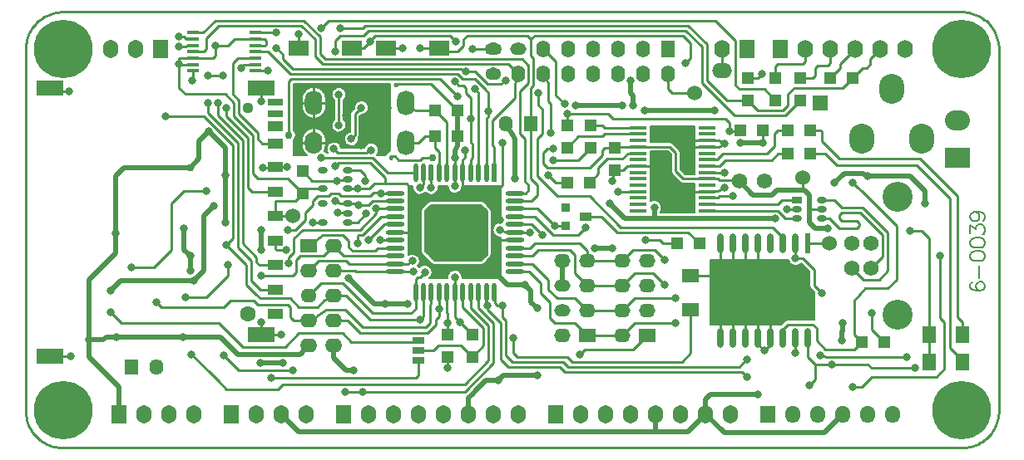
<source format=gtl>
%FSLAX25Y25*%
%MOIN*%
G70*
G01*
G75*
%ADD10C,0.00700*%
%ADD11C,0.06000*%
%ADD12O,0.04000X0.02700*%
%ADD13R,0.07874X0.06299*%
%ADD14R,0.06500X0.05500*%
%ADD15R,0.05000X0.05000*%
%ADD16R,0.05500X0.06500*%
%ADD17R,0.04000X0.02700*%
%ADD18O,0.07000X0.10000*%
%ADD19O,0.07000X0.09000*%
%ADD20O,0.02400X0.08000*%
%ADD21R,0.02400X0.08000*%
%ADD22R,0.03600X0.03600*%
%ADD23R,0.05000X0.03600*%
%ADD24R,0.07000X0.01500*%
%ADD25O,0.07000X0.01500*%
%ADD26O,0.07480X0.01969*%
%ADD27O,0.01969X0.07480*%
%ADD28O,0.01969X0.07000*%
%ADD29R,0.01969X0.07480*%
%ADD30O,0.05118X0.01500*%
%ADD31O,0.05118X0.01500*%
%ADD32R,0.05118X0.01500*%
%ADD33R,0.05000X0.03000*%
%ADD34R,0.05906X0.02756*%
%ADD35R,0.11024X0.05906*%
%ADD36R,0.05906X0.03937*%
%ADD37R,0.05906X0.03937*%
%ADD38C,0.01000*%
%ADD39C,0.02000*%
%ADD40C,0.00600*%
%ADD41O,0.10000X0.12000*%
%ADD42C,0.06300*%
%ADD43C,0.06200*%
%ADD44O,0.06500X0.05500*%
%ADD45O,0.06500X0.05000*%
%ADD46O,0.05500X0.06400*%
%ADD47R,0.05500X0.06400*%
%ADD48R,0.06200X0.07200*%
%ADD49O,0.06200X0.07200*%
%ADD50O,0.06000X0.07000*%
%ADD51R,0.06000X0.07000*%
%ADD52O,0.05500X0.06800*%
%ADD53O,0.06400X0.05000*%
%ADD54O,0.06800X0.05000*%
%ADD55R,0.05500X0.06800*%
%ADD56O,0.06800X0.05500*%
%ADD57R,0.06800X0.05500*%
%ADD58O,0.06400X0.05500*%
%ADD59R,0.06000X0.06000*%
%ADD60O,0.08000X0.06000*%
%ADD61O,0.06000X0.07400*%
%ADD62R,0.06000X0.07400*%
%ADD63C,0.23500*%
%ADD64R,0.10000X0.08000*%
%ADD65O,0.10000X0.08000*%
%ADD66C,0.12000*%
%ADD67C,0.04400*%
%ADD68C,0.03200*%
%ADD69C,0.03000*%
D10*
X237450Y236500D02*
X237296Y237442D01*
X236849Y238285D01*
X236156Y238941D01*
X235290Y239342D01*
X234341Y239446D01*
X233409Y239241D01*
X232591Y238749D01*
X231973Y238022D01*
X231619Y237136D01*
X231567Y236183D01*
X234183Y233567D02*
X235167Y233626D01*
X236076Y234007D01*
X236810Y234665D01*
X237285Y235528D01*
X237450Y236500D01*
X227350Y239502D02*
X227942Y240146D01*
X228320Y240935D01*
X228450Y241800D01*
X230692Y235308D02*
X230150Y234000D01*
X230692Y235308D02*
X230150Y234000D01*
X228450Y229500D02*
X228320Y230365D01*
X227942Y231154D01*
X227350Y231798D01*
X240669Y217500D02*
X241248Y218426D01*
X241450Y219500D01*
X241265Y220529D01*
X240733Y221428D01*
X239920Y222086D01*
X238930Y222419D01*
X237885Y222385D01*
X236918Y221990D01*
X236149Y221282D01*
X235675Y220350D01*
X230150Y226929D02*
X229225Y226660D01*
X228436Y226107D01*
X227867Y225330D01*
X227579Y224410D01*
X227602Y223447D01*
X227935Y222543D01*
X228542Y221794D01*
X229357Y221280D01*
X230294Y221057D01*
X231254Y221148D01*
X232133Y221543D01*
X232837Y222200D01*
X233293Y223049D01*
X233450Y224000D01*
X233432Y224328D02*
X233850Y225500D01*
X233432Y224328D02*
X233850Y225500D01*
X233450Y224000D02*
X233432Y224328D01*
X228450Y241800D02*
X228285Y242773D01*
X227808Y243637D01*
X227072Y244296D01*
X226161Y244675D01*
X225175Y244732D01*
X224226Y244461D01*
X223420Y243892D01*
X222846Y243088D01*
X222570Y242141D01*
X222621Y241155D01*
X222995Y240241D01*
X223650Y239502D01*
X220346Y240000D02*
X220240Y241008D01*
X219927Y241973D01*
X219420Y242851D01*
X218741Y243604D01*
X217921Y244200D01*
X216995Y244613D01*
X216003Y244823D01*
X214989D01*
X213997Y244613D01*
X213071Y244200D01*
X212251Y243604D01*
X211572Y242851D01*
X211065Y241973D01*
X210752Y241008D01*
X210646Y240000D01*
Y237000D02*
X210752Y235992D01*
X211065Y235027D01*
X211572Y234149D01*
X212251Y233396D01*
X213071Y232800D01*
X213997Y232387D01*
X214989Y232177D01*
X216003D01*
X216995Y232387D01*
X217921Y232800D01*
X218741Y233396D01*
X219420Y234149D01*
X219927Y235027D01*
X220240Y235992D01*
X220346Y237000D01*
X223650Y231798D02*
X222995Y231059D01*
X222621Y230145D01*
X222570Y229159D01*
X222846Y228212D01*
X223420Y227408D01*
X224226Y226839D01*
X225175Y226568D01*
X226161Y226625D01*
X227072Y227004D01*
X227808Y227662D01*
X228285Y228527D01*
X228450Y229500D01*
X220346Y223500D02*
X220240Y224508D01*
X219927Y225473D01*
X219420Y226351D01*
X218741Y227104D01*
X217921Y227700D01*
X216995Y228113D01*
X216003Y228323D01*
X214989D01*
X213997Y228113D01*
X213071Y227700D01*
X212251Y227104D01*
X211572Y226351D01*
X211065Y225473D01*
X210752Y224508D01*
X210646Y223500D01*
X226429Y220350D02*
X226159Y221277D01*
X225605Y222067D01*
X224825Y222636D01*
X223903Y222922D01*
X222937Y222896D01*
X222033Y222559D01*
X221285Y221948D01*
X220775Y221129D01*
X220556Y220188D01*
X220653Y219228D01*
X221055Y218350D01*
X220798D02*
X219751Y219172D01*
X220195Y220298D01*
X220346Y221500D01*
X208350Y225500D02*
X208129Y226601D01*
X207500Y227530D01*
Y223470D02*
X208129Y224399D01*
X208350Y225500D01*
X210646Y221500D02*
X210737Y220565D01*
X211006Y219666D01*
X211444Y218835D01*
X212034Y218104D01*
X212753Y217500D01*
X362350Y218500D02*
X361808Y219808D01*
X362350Y218500D02*
X361808Y219808D01*
X359485Y222131D02*
X358177Y222673D01*
X359485Y222131D02*
X358177Y222673D01*
X358650Y211000D02*
X359192Y209692D01*
X358650Y211000D02*
X359192Y209692D01*
X362164Y206719D02*
X363472Y206178D01*
X362164Y206719D02*
X363472Y206178D01*
X354267Y194717D02*
X354713Y195559D01*
X354867Y196500D01*
X354693Y197499D01*
X354191Y198379D01*
X353421Y199038D01*
X352473Y199397D01*
X351460Y199414D01*
X350500Y199087D01*
X257718Y172370D02*
X257166Y172997D01*
X257747Y173925D01*
X257950Y175000D01*
X257770Y176014D01*
X257254Y176904D01*
X256462Y177562D01*
X255493Y177909D01*
X254464Y177901D01*
X253500Y177540D01*
X258300Y179000D02*
X258800Y177796D01*
X258300Y179000D02*
X258798Y177798D01*
X261566Y168000D02*
X262305Y168659D01*
X262784Y169524D01*
X262950Y170500D01*
X262770Y171513D01*
X262254Y172404D01*
X261462Y173062D01*
X260493Y173408D01*
X259464Y173401D01*
X258500Y173040D01*
X257718Y172370D01*
X262796Y173800D02*
X264000Y173300D01*
X262798Y173798D02*
X264000Y173300D01*
X258798Y196202D02*
X258300Y195000D01*
X258800Y196204D02*
X258300Y195000D01*
X255093Y205000D02*
X255086Y204042D01*
X255386Y203133D01*
X255961Y202368D01*
X256752Y201827D01*
X257674Y201568D01*
X258630Y201618D01*
X259520Y201972D01*
X260250Y202592D01*
X262500Y199200D02*
X261296Y198700D01*
X262500Y199200D02*
X261298Y198702D01*
X260250Y202592D02*
X261036Y201939D01*
X261999Y201593D01*
X263021Y201596D01*
X263981Y201948D01*
X264763Y202607D01*
X265273Y203493D01*
X265450Y204500D01*
X265407Y205000D01*
X274950Y168500D02*
X274790Y169459D01*
X274326Y170314D01*
X273610Y170972D01*
X272719Y171361D01*
X271749Y171439D01*
X270807Y171198D01*
X269994Y170663D01*
X269400Y169894D01*
X269088Y168973D01*
X269093Y168000D01*
X274907D02*
X274950Y168500D01*
X282500Y173300D02*
X283702Y173798D01*
X282500Y173300D02*
X283704Y173800D01*
X286200Y176296D02*
X286700Y177500D01*
X286202Y176298D02*
X286700Y177500D01*
X290500Y190407D02*
X289478Y190403D01*
X288519Y190051D01*
X287737Y189392D01*
X287227Y188507D01*
X287050Y187500D01*
X287227Y186493D01*
X287737Y185608D01*
X288519Y184949D01*
X289478Y184597D01*
X290500Y184593D01*
X269050Y205000D02*
X269228Y203991D01*
X269740Y203104D01*
X270525Y202445D01*
X271488Y202095D01*
X272512D01*
X273475Y202445D01*
X274260Y203104D01*
X274772Y203991D01*
X274950Y205000D01*
X283702Y198702D02*
X282500Y199200D01*
X286700Y195000D02*
X286200Y196204D01*
X286700Y195000D02*
X286202Y196202D01*
X283704Y198700D02*
X282500Y199200D01*
X405500Y151350D02*
X404192Y150808D01*
X405500Y151350D02*
X404192Y150808D01*
X405593Y175500D02*
X405905Y174597D01*
X406490Y173841D01*
X407286Y173311D01*
X408209Y173064D01*
X409163Y173126D01*
X410047Y173488D01*
X410769Y174115D01*
X414150Y165000D02*
X414692Y163692D01*
X414150Y165000D02*
X414692Y163692D01*
X235800Y239148D02*
Y246150D01*
X235200Y239366D02*
Y246150D01*
X235041Y239400D02*
X246000D01*
X234600Y239448D02*
Y246150D01*
X234000Y239407D02*
Y246150D01*
X233400Y239237D02*
Y246150D01*
X237000Y238066D02*
Y246150D01*
X236400Y238757D02*
Y246150D01*
X236347Y238800D02*
X246000D01*
X232800Y238911D02*
Y246150D01*
X232200Y238347D02*
Y246150D01*
X227837Y243600D02*
X246000D01*
X227215Y244200D02*
X246000D01*
X228195Y243000D02*
X246000D01*
X228388Y242400D02*
X246000D01*
X228450Y241800D02*
X246000D01*
X228388Y241200D02*
X246000D01*
X228195Y240600D02*
X246000D01*
X227837Y240000D02*
X246000D01*
X227350Y239400D02*
X233959D01*
X237237Y237600D02*
X246000D01*
X236911Y238200D02*
X246000D01*
X237407Y237000D02*
X246000D01*
X237448Y236400D02*
X246000D01*
X237366Y235800D02*
X246000D01*
X237148Y235200D02*
X246000D01*
X236757Y234600D02*
X246000D01*
X236066Y234000D02*
X246000D01*
X234016Y233400D02*
X246000D01*
X233850Y233234D02*
X234183Y233567D01*
X233850Y232800D02*
X246000D01*
X233850Y232200D02*
X246000D01*
X233850Y231600D02*
X246000D01*
X227350Y238800D02*
X232653D01*
X227350Y238200D02*
X232089D01*
X233850Y231000D02*
X246000D01*
X233850Y230400D02*
X246000D01*
X233850Y229800D02*
X246000D01*
X233850Y229200D02*
X246000D01*
X233850Y228600D02*
X246000D01*
X231600Y237041D02*
Y246150D01*
X231000Y235616D02*
Y246150D01*
X227350Y237600D02*
X231763D01*
X228000Y243366D02*
Y246150D01*
X227400Y244057D02*
Y246150D01*
X230400Y234929D02*
Y246150D01*
X228000Y231066D02*
Y240234D01*
X230692Y235308D02*
X231567Y236183D01*
X227400Y231757D02*
Y239543D01*
X227350Y235400D02*
Y239502D01*
X226800Y244448D02*
Y246150D01*
X226200Y244666D02*
Y246150D01*
X225600Y244748D02*
Y246150D01*
X225000Y244707D02*
Y246150D01*
X224400Y244537D02*
Y246150D01*
X227350Y237000D02*
X231593D01*
X223800Y244211D02*
Y246150D01*
X227350Y236400D02*
X231552D01*
X223200Y243647D02*
Y246150D01*
X223650Y235400D02*
Y239502D01*
X227350Y235800D02*
X231184D01*
X227350Y234400D02*
Y235400D01*
X227572Y231600D02*
X230150D01*
X228040Y231000D02*
X230150D01*
X228309Y230400D02*
X230150D01*
X228435Y229800D02*
X230150D01*
X228435Y229200D02*
X230150D01*
X228309Y228600D02*
X230150D01*
X227350Y235200D02*
X230592D01*
X227350Y234600D02*
X230250D01*
X227350Y234000D02*
X230150D01*
X223650Y234400D02*
Y235400D01*
X227350Y233400D02*
X230150D01*
X227350Y232800D02*
X230150D01*
X227350Y232200D02*
X230150D01*
X227350Y231798D02*
Y234400D01*
X223650Y231798D02*
Y234400D01*
X246000Y219500D02*
Y246150D01*
X245400Y218900D02*
Y246150D01*
X244800Y218300D02*
Y246150D01*
X241200Y220689D02*
Y246150D01*
X240600Y221572D02*
Y246150D01*
X240000Y222040D02*
Y246150D01*
X244200Y217700D02*
Y246150D01*
X243600Y217500D02*
Y246150D01*
X243000Y217500D02*
Y246150D01*
X242400Y217500D02*
Y246150D01*
X241800Y217500D02*
Y246150D01*
X233850Y228000D02*
X246000D01*
X233850Y227400D02*
X246000D01*
X233850Y226800D02*
X246000D01*
X239400Y222309D02*
Y246150D01*
X233850Y226200D02*
X246000D01*
X238800Y222435D02*
Y246150D01*
X238200Y222435D02*
Y246150D01*
X237600Y222309D02*
Y246150D01*
X237000Y222040D02*
Y234934D01*
X236400Y221572D02*
Y234243D01*
X241148Y220800D02*
X246000D01*
X240757Y221400D02*
X246000D01*
X241366Y220200D02*
X246000D01*
X241448Y219600D02*
X246000D01*
X241407Y219000D02*
X245500D01*
X244000Y217500D02*
X246000Y219500D01*
X241237Y218400D02*
X244900D01*
X240911Y217800D02*
X244300D01*
X241200Y217500D02*
Y218312D01*
X233850Y225600D02*
X246000D01*
X233781Y225000D02*
X246000D01*
X233487Y224400D02*
X246000D01*
X233443Y223800D02*
X246000D01*
X233339Y223200D02*
X246000D01*
X240066Y222000D02*
X246000D01*
X233097Y222600D02*
X246000D01*
X240669Y217500D02*
X244000D01*
X232668Y222000D02*
X236934D01*
X233850Y225500D02*
Y233234D01*
X230150Y226929D02*
Y234000D01*
X228040Y228000D02*
X230150D01*
X229800Y226866D02*
Y246150D01*
X229200Y226648D02*
Y246150D01*
X228600Y226257D02*
Y246150D01*
X235800Y220689D02*
Y233852D01*
X235200Y220350D02*
Y233634D01*
X234600Y220350D02*
Y233552D01*
X234000Y220350D02*
Y233384D01*
X228000Y225566D02*
Y227934D01*
X227572Y227400D02*
X230150D01*
X226689Y226800D02*
X229571D01*
X224400Y222809D02*
Y226763D01*
X223200Y222935D02*
Y227653D01*
X223800Y222935D02*
Y227089D01*
X227400Y220350D02*
Y227243D01*
X226800Y220350D02*
Y226852D01*
X226200Y221188D02*
Y226634D01*
X225600Y222072D02*
Y226552D01*
X231894Y221400D02*
X236243D01*
X233400Y220350D02*
Y223459D01*
X232800Y220350D02*
Y222153D01*
X232200Y220350D02*
Y221589D01*
X231600Y220350D02*
Y221263D01*
X231000Y220350D02*
Y221093D01*
X230400Y220350D02*
Y221052D01*
X226097Y221400D02*
X229106D01*
X225669Y222000D02*
X228331D01*
X226339Y220800D02*
X235852D01*
X225000Y222540D02*
Y226593D01*
X224894Y222600D02*
X227903D01*
X229800Y220350D02*
Y221134D01*
X229200Y220350D02*
Y221352D01*
X226429Y220350D02*
X235675D01*
X228000D02*
Y222434D01*
X228600Y220350D02*
Y221743D01*
X222600Y242341D02*
Y246150D01*
X219711Y242400D02*
X222612D01*
X220000Y241800D02*
X222550D01*
X220200Y241181D02*
Y246150D01*
X219600Y242585D02*
Y246150D01*
X220195Y241200D02*
X222612D01*
X220346Y240000D02*
X223163D01*
X223200Y231347D02*
Y239953D01*
X222600Y230041D02*
Y241259D01*
X220309Y240600D02*
X222805D01*
X207500Y246150D02*
X246000D01*
X207500Y246000D02*
X246000D01*
X207500Y245400D02*
X246000D01*
X216191Y244800D02*
X246000D01*
X217921Y244200D02*
X223785D01*
X218746Y243600D02*
X223163D01*
X219307Y243000D02*
X222805D01*
X219000Y243353D02*
Y246150D01*
X218400Y243884D02*
Y246150D01*
X220346Y239400D02*
X223650D01*
X220346Y238800D02*
X223650D01*
X220346Y238200D02*
X223650D01*
X220346Y237000D02*
Y240000D01*
Y237600D02*
X223650D01*
X220346Y237000D02*
X223650D01*
X220309Y236400D02*
X223650D01*
X220195Y235800D02*
X223650D01*
X220000Y235200D02*
X223650D01*
X219711Y234600D02*
X223650D01*
X219307Y234000D02*
X223650D01*
X218746Y233400D02*
X223650D01*
X217921Y232800D02*
X223650D01*
X216191Y232200D02*
X223650D01*
X207500Y231600D02*
X223428D01*
X207500Y231000D02*
X222960D01*
X207500Y230400D02*
X222691D01*
X207500Y229800D02*
X222565D01*
X207500Y229200D02*
X222565D01*
X217200Y244541D02*
Y246150D01*
X216600Y244723D02*
Y246150D01*
X216000Y244824D02*
Y246150D01*
X215400Y244849D02*
Y246150D01*
X214800Y244800D02*
Y246150D01*
X214200Y244674D02*
Y246150D01*
X217800Y244268D02*
Y246150D01*
X213600Y244464D02*
Y246150D01*
X213000Y244158D02*
Y246150D01*
X212400Y243733D02*
Y246150D01*
X207500Y244800D02*
X214801D01*
X207500Y244200D02*
X213071D01*
X207500Y243600D02*
X212246D01*
X211800Y243140D02*
Y246150D01*
X207500Y243000D02*
X211685D01*
X211200Y242251D02*
Y246150D01*
X207500Y242400D02*
X211281D01*
X207500Y241800D02*
X210993D01*
X207500Y242000D02*
Y246150D01*
Y241200D02*
X210797D01*
X207500Y240600D02*
X210683D01*
X207500Y240000D02*
X210646D01*
X207500Y239400D02*
X210646D01*
X207500Y238800D02*
X210646D01*
X216000Y228324D02*
Y232176D01*
X215400Y228349D02*
Y232151D01*
X210646Y237000D02*
Y240000D01*
X207500Y238200D02*
X210646D01*
X207500Y237600D02*
X210646D01*
X207500Y237000D02*
X210646D01*
X207500Y235200D02*
X210993D01*
X207500Y236400D02*
X210683D01*
X207500Y235800D02*
X210797D01*
X207500Y233400D02*
X212246D01*
X207500Y232800D02*
X213071D01*
X207500Y232200D02*
X214801D01*
X207500Y234600D02*
X211281D01*
X207500Y234000D02*
X211685D01*
X218379Y227400D02*
X223428D01*
X219050Y226800D02*
X224311D01*
X219600Y226085D02*
Y234415D01*
X219000Y226853D02*
Y233647D01*
X218400Y227385D02*
Y233116D01*
X222000Y222540D02*
Y246150D01*
X221400Y222072D02*
Y246150D01*
X222600Y222809D02*
Y228959D01*
X220800Y221188D02*
Y246150D01*
X220200Y224681D02*
Y235819D01*
X217200Y228041D02*
Y232459D01*
X216600Y228223D02*
Y232277D01*
X207500Y228600D02*
X222691D01*
X214800Y228300D02*
Y232200D01*
X214200Y228174D02*
Y232326D01*
X217800Y227768D02*
Y232732D01*
X217305Y228000D02*
X222960D01*
X213600Y227964D02*
Y232536D01*
X220108Y225000D02*
X227725D01*
X220262Y224400D02*
X227577D01*
X220346Y223200D02*
X227661D01*
X220337Y223800D02*
X227557D01*
X220346Y222600D02*
X222106D01*
X220346Y222000D02*
X221332D01*
X220345Y221400D02*
X220903D01*
X220346Y221500D02*
Y223500D01*
X220295Y220800D02*
X220661D01*
X219868Y225600D02*
X228022D01*
X219525Y226200D02*
X228535D01*
X220169Y220200D02*
X220557D01*
X219958Y219600D02*
X220577D01*
X220066Y219000D02*
X220725D01*
X220200Y218911D02*
Y220319D01*
X212400Y227233D02*
Y233267D01*
X211800Y226640D02*
Y233860D01*
X213000Y227658D02*
Y232842D01*
X211200Y225751D02*
Y234749D01*
X208200Y226412D02*
Y246150D01*
X208263Y226200D02*
X211467D01*
X210600Y217500D02*
Y246150D01*
X210000Y217500D02*
Y246150D01*
X208348Y225600D02*
X211124D01*
X209400Y217500D02*
Y246150D01*
X208800Y217500D02*
Y246150D01*
X207624Y227400D02*
X212613D01*
X207500Y228000D02*
X213687D01*
X208036Y226800D02*
X211942D01*
X207600Y227427D02*
Y246150D01*
X207500Y227530D02*
Y242000D01*
X208306Y225000D02*
X210884D01*
X208129Y224400D02*
X210730D01*
X208200Y217500D02*
Y224588D01*
X207787Y223800D02*
X210655D01*
X207500Y223200D02*
X210646D01*
X207500Y222600D02*
X210646D01*
Y221500D02*
Y223500D01*
X207500Y221000D02*
Y223470D01*
X211800Y217500D02*
Y218360D01*
X211500Y217500D02*
X212753D01*
X207600D02*
Y223573D01*
X211200Y217500D02*
Y219249D01*
X207500Y222000D02*
X210646D01*
X207500Y221400D02*
X210647D01*
X207500Y219600D02*
X211034D01*
X207500Y220800D02*
X210697D01*
X207500Y220200D02*
X210824D01*
X207500Y218400D02*
X211766D01*
X207500Y217800D02*
X212360D01*
X207500Y217500D02*
X211500D01*
X207500D02*
Y221000D01*
Y219000D02*
X211340D01*
X361987Y219600D02*
X368000D01*
X362281Y219000D02*
X368000D01*
X362350Y218400D02*
X368000D01*
X362350Y217800D02*
X368000D01*
X362350Y217200D02*
X368000D01*
X358691Y222600D02*
X368000D01*
X359616Y222000D02*
X368000D01*
X360216Y221400D02*
X368000D01*
X360816Y220800D02*
X368000D01*
X361416Y220200D02*
X368000D01*
X362350Y216600D02*
X368000D01*
X362350Y216000D02*
X368000D01*
X362350Y215400D02*
X368000D01*
X362350Y214800D02*
X368000D01*
X362916Y211200D02*
X368000D01*
X362350Y214200D02*
X368000D01*
X362350Y213600D02*
X368000D01*
X362350Y213000D02*
X368000D01*
X362350Y212400D02*
X368000D01*
X362350Y211800D02*
X368000D01*
X361800Y219816D02*
Y229000D01*
X361200Y220416D02*
Y229000D01*
X360600Y221016D02*
Y229000D01*
X363000Y211116D02*
Y229000D01*
X362400Y211716D02*
Y229000D01*
X358800Y222565D02*
Y229000D01*
X358200Y222673D02*
Y229000D01*
X357600Y222673D02*
Y229000D01*
X360000Y221616D02*
Y229000D01*
X359400Y222211D02*
Y229000D01*
X359485Y222131D02*
X361808Y219808D01*
X362350Y211766D02*
Y218500D01*
X358650Y211000D02*
Y217734D01*
X357000Y222673D02*
Y229000D01*
X356400Y222673D02*
Y229000D01*
X357411Y218973D02*
X358650Y217734D01*
X367800Y209878D02*
Y229000D01*
X368000Y209878D02*
Y229000D01*
X367200Y209878D02*
Y229000D01*
X366600Y209878D02*
Y229000D01*
X366000Y209878D02*
Y229000D01*
X365400Y209878D02*
Y229000D01*
X363516Y210600D02*
X368000D01*
X364800Y209878D02*
Y229000D01*
X364200Y209916D02*
Y229000D01*
X362350Y211766D02*
X364239Y209878D01*
X367800Y194350D02*
Y206178D01*
X368000Y194350D02*
Y206178D01*
X367200Y194350D02*
Y206178D01*
X366600Y194350D02*
Y206178D01*
X366000Y194350D02*
Y206178D01*
X364116Y210000D02*
X368000D01*
X364239Y209878D02*
X368000D01*
X363472Y206178D02*
X368000D01*
X365400Y194350D02*
Y206178D01*
X364800Y194350D02*
Y206178D01*
X363600Y210516D02*
Y229000D01*
X359192Y209692D02*
X362164Y206719D01*
X359400Y194350D02*
Y209484D01*
X358200Y194350D02*
Y218184D01*
X358800Y194350D02*
Y210270D01*
X357600Y194350D02*
Y218784D01*
X357000Y194350D02*
Y218973D01*
X356400Y194350D02*
Y218973D01*
X364200Y194350D02*
Y206178D01*
X363600Y194350D02*
Y206178D01*
X363000Y194350D02*
Y206239D01*
X362400Y194350D02*
Y206520D01*
X361800Y194350D02*
Y207084D01*
X361200Y194350D02*
Y207684D01*
X360600Y194350D02*
Y208284D01*
X360000Y194350D02*
Y208884D01*
X350500Y229000D02*
X368000D01*
X350500Y228600D02*
X368000D01*
X350500Y228000D02*
X368000D01*
X350500Y227400D02*
X368000D01*
X350500Y226800D02*
X368000D01*
X350500Y226200D02*
X368000D01*
X350500Y225600D02*
X368000D01*
X350500Y225000D02*
X368000D01*
X350500Y224400D02*
X368000D01*
X350500Y223800D02*
X368000D01*
X350500Y223200D02*
X368000D01*
X350500Y217800D02*
X358584D01*
X350500Y217200D02*
X358650D01*
X350500Y216600D02*
X358650D01*
X350500Y216000D02*
X358650D01*
X350500Y215400D02*
X358650D01*
X350500Y210000D02*
X358944D01*
X350500Y214800D02*
X358650D01*
X350500Y208800D02*
X360084D01*
X350500Y209400D02*
X359484D01*
X355800Y222673D02*
Y229000D01*
X355200Y222673D02*
Y229000D01*
X354600Y222673D02*
Y229000D01*
X354000Y222673D02*
Y229000D01*
X353400Y222673D02*
Y229000D01*
X352800Y222673D02*
Y229000D01*
X352200Y222673D02*
Y229000D01*
X351600Y222673D02*
Y229000D01*
X351000Y222673D02*
Y229000D01*
X350500Y222673D02*
Y229000D01*
Y222673D02*
X358177D01*
X350500Y218400D02*
X357984D01*
X350500Y218973D02*
X357411D01*
X350500Y214200D02*
X358650D01*
X350500Y213600D02*
X358650D01*
X350500Y213000D02*
X358650D01*
X350500Y212400D02*
X358650D01*
X350500Y211800D02*
X358650D01*
X350500Y211200D02*
X358650D01*
X350500Y210600D02*
X358694D01*
X350500Y205800D02*
X368000D01*
X350500Y205200D02*
X368000D01*
X350500Y204600D02*
X368000D01*
X350500Y204000D02*
X368000D01*
X350500Y203400D02*
X368000D01*
X350500Y202800D02*
X368000D01*
X350500Y202200D02*
X368000D01*
X350500Y201600D02*
X368000D01*
X350500Y201000D02*
X368000D01*
X350500Y200400D02*
X368000D01*
X354457Y198000D02*
X368000D01*
X354727Y197400D02*
X368000D01*
X354852Y196800D02*
X368000D01*
X354852Y196200D02*
X368000D01*
X354727Y195600D02*
X368000D01*
X350500Y199800D02*
X368000D01*
X353106Y199200D02*
X368000D01*
X353989Y198600D02*
X368000D01*
X354457Y195000D02*
X368000D01*
X354267Y194400D02*
X368000D01*
X354600Y197727D02*
Y218973D01*
X354000Y198589D02*
Y218973D01*
X353400Y199050D02*
Y218973D01*
X355800Y194350D02*
Y218973D01*
X355200Y194350D02*
Y218973D01*
X352800Y199315D02*
Y218973D01*
X352200Y199436D02*
Y218973D01*
X351600Y199433D02*
Y218973D01*
X351000Y199304D02*
Y218973D01*
X350500Y199087D02*
Y218973D01*
Y208200D02*
X360684D01*
X354600Y194350D02*
Y195273D01*
X354267Y194350D02*
X368000D01*
X354267D02*
Y194717D01*
X350500Y207000D02*
X361884D01*
X350500Y207600D02*
X361284D01*
X350500Y206400D02*
X362593D01*
X260000Y179000D02*
X264000Y175000D01*
X260200Y178800D02*
X285000D01*
X262000Y177000D02*
X284500D01*
X261400Y177600D02*
X285000D01*
X260800Y178200D02*
X285000D01*
X260400Y178600D02*
Y195400D01*
X260000Y179000D02*
Y195000D01*
X262200Y176800D02*
Y197200D01*
X261000Y178000D02*
Y196000D01*
X261600Y177400D02*
Y196600D01*
X260000Y179400D02*
X285000D01*
X260000Y180000D02*
X285000D01*
X260000Y180600D02*
X285000D01*
X260000Y181200D02*
X285000D01*
X260000Y181800D02*
X285000D01*
X260000Y182400D02*
X285000D01*
X260000Y183000D02*
X285000D01*
X260000Y183600D02*
X285000D01*
X260000Y184200D02*
X285000D01*
X260000Y184800D02*
X285000D01*
X260000Y185400D02*
X285000D01*
X260000Y186000D02*
X285000D01*
X260000Y186600D02*
X285000D01*
X260000Y187200D02*
X285000D01*
X260000Y187800D02*
X285000D01*
X260000Y188400D02*
X285000D01*
X260000Y195000D02*
X262500Y197500D01*
X261200Y196200D02*
X283800D01*
X260600Y195600D02*
X284400D01*
X261800Y196800D02*
X283200D01*
X262500Y197500D02*
X282500D01*
X262400Y197400D02*
X282600D01*
X260000Y189000D02*
X285000D01*
X260000Y189600D02*
X285000D01*
X260000Y190200D02*
X285000D01*
X260000Y190800D02*
X285000D01*
X260000Y191400D02*
X285000D01*
X260000Y192000D02*
X285000D01*
X260000Y192600D02*
X285000D01*
X260000Y193200D02*
X285000D01*
X260000Y193800D02*
X285000D01*
X260000Y194400D02*
X285000D01*
X260000Y195000D02*
X285000D01*
X264000Y175000D02*
Y197500D01*
X264600Y175000D02*
Y197500D01*
X265200Y175000D02*
Y197500D01*
X265800Y175000D02*
Y197500D01*
X266400Y175000D02*
Y197500D01*
X267000Y175000D02*
Y197500D01*
X267600Y175000D02*
Y197500D01*
X268200Y175000D02*
Y197500D01*
X268800Y175000D02*
Y197500D01*
X269400Y175000D02*
Y197500D01*
X270000Y175000D02*
Y197500D01*
X264000Y175000D02*
X282500D01*
X263800Y175200D02*
X282700D01*
X270600Y175000D02*
Y197500D01*
X271200Y175000D02*
Y197500D01*
X271800Y175000D02*
Y197500D01*
X272400Y175000D02*
Y197500D01*
X273000Y175000D02*
Y197500D01*
X273600Y175000D02*
Y197500D01*
X274200Y175000D02*
Y197500D01*
X274800Y175000D02*
Y197500D01*
X275400Y175000D02*
Y197500D01*
X263400Y175600D02*
Y197500D01*
X262800Y176200D02*
Y197500D01*
X276000Y175000D02*
Y197500D01*
X276600Y175000D02*
Y197500D01*
X277200Y175000D02*
Y197500D01*
X277800Y175000D02*
Y197500D01*
X278400Y175000D02*
Y197500D01*
X279000Y175000D02*
Y197500D01*
X279600Y175000D02*
Y197500D01*
X280200Y175000D02*
Y197500D01*
X280800Y175000D02*
Y197500D01*
X263200Y175800D02*
X283300D01*
X262600Y176400D02*
X283900D01*
X282500Y175000D02*
X285000Y177500D01*
X284400Y176900D02*
Y195600D01*
X285000Y177500D02*
Y195000D01*
X281400Y175000D02*
Y197500D01*
X282000Y175000D02*
Y197500D01*
X282600Y175100D02*
Y197400D01*
X283200Y175700D02*
Y196800D01*
X283800Y176300D02*
Y196200D01*
X282500Y197500D02*
X285000Y195000D01*
X257375Y172800D02*
X258153D01*
X253500Y178800D02*
X258312D01*
X253500Y179400D02*
X258300D01*
X257169Y177000D02*
X259596D01*
X253500Y178200D02*
X258500D01*
X256394Y177600D02*
X258996D01*
X257400Y172774D02*
Y173285D01*
X258600Y173097D02*
Y178036D01*
X257478Y173400D02*
X259459D01*
X259200Y173339D02*
Y177396D01*
X260400Y173423D02*
Y176196D01*
X257597Y176400D02*
X260196D01*
X259800Y173443D02*
Y176796D01*
X253500Y180000D02*
X258300D01*
X253500Y177540D02*
Y205000D01*
Y180600D02*
X258300D01*
X253500Y181200D02*
X258300D01*
X253500Y181800D02*
X258300D01*
X253500Y182400D02*
X258300D01*
X253500Y183000D02*
X258300D01*
X253500Y183600D02*
X258300D01*
X253500Y184200D02*
X258300D01*
X256800Y177337D02*
Y201805D01*
X253800Y177695D02*
Y205000D01*
X257400Y176715D02*
Y201612D01*
X258000Y172669D02*
Y201550D01*
X254400Y177888D02*
Y205000D01*
X255000Y177950D02*
Y205000D01*
X258300Y179000D02*
Y195000D01*
X255600Y177888D02*
Y202785D01*
X256200Y177695D02*
Y202163D01*
X262200Y168000D02*
Y168535D01*
X261566Y168000D02*
X269093D01*
X262257Y168600D02*
X269052D01*
X260541Y173400D02*
X263425D01*
X262648Y169200D02*
X269134D01*
X261847Y172800D02*
X290500D01*
X262411Y172200D02*
X290500D01*
X262800Y168000D02*
Y169571D01*
X263400Y168000D02*
Y173409D01*
X264000Y168000D02*
Y173300D01*
X264600Y168000D02*
Y173300D01*
X262866Y169800D02*
X269352D01*
X265200Y168000D02*
Y173300D01*
X262948Y170400D02*
X269743D01*
X262737Y171600D02*
X290500D01*
X262907Y171000D02*
X270434D01*
X261600Y172978D02*
Y174996D01*
X261000Y173275D02*
Y175596D01*
X262800Y171429D02*
Y173796D01*
X262200Y172465D02*
Y174396D01*
X257943Y175200D02*
X261396D01*
X257839Y175800D02*
X260796D01*
X257775Y174000D02*
X262596D01*
X257923Y174600D02*
X261996D01*
X258800Y177796D02*
X262796Y173800D01*
X265800Y168000D02*
Y173300D01*
X266400Y168000D02*
Y173300D01*
X267000Y168000D02*
Y173300D01*
X267600Y168000D02*
Y173300D01*
X268200Y168000D02*
Y173300D01*
X264000D02*
X282500D01*
X268800Y168000D02*
Y173300D01*
X253500Y184800D02*
X258300D01*
X253500Y185400D02*
X258300D01*
X253500Y186000D02*
X258300D01*
X253500Y186600D02*
X258300D01*
X253500Y187200D02*
X258300D01*
X253500Y187800D02*
X258300D01*
X253500Y188400D02*
X258300D01*
X253500Y189000D02*
X258300D01*
X253500Y189600D02*
X258300D01*
X253500Y190200D02*
X258300D01*
X253500Y190800D02*
X258300D01*
X253500Y191400D02*
X258300D01*
X253500Y192000D02*
X258300D01*
X253500Y192600D02*
X258300D01*
X253500Y193200D02*
X258300D01*
X253500Y193800D02*
X258300D01*
X253500Y194400D02*
X258300D01*
X253500Y195000D02*
X258300D01*
X253500Y195600D02*
X258409D01*
X253500Y196200D02*
X258796D01*
X253500Y196800D02*
X259396D01*
X253500Y197400D02*
X259996D01*
X253500Y203400D02*
X255263D01*
X253500Y204000D02*
X255093D01*
X253500Y201600D02*
X257459D01*
X253500Y202200D02*
X256153D01*
X253500Y202800D02*
X255589D01*
X258600Y195964D02*
Y201612D01*
X259200Y196604D02*
Y201805D01*
X253500Y204600D02*
X255052D01*
X253500Y205000D02*
X255093D01*
X259800Y197204D02*
Y202163D01*
X260400Y197804D02*
Y202428D01*
X253500Y198000D02*
X260596D01*
X261000Y198404D02*
Y201960D01*
X253500Y198600D02*
X261196D01*
X258800Y196204D02*
X261296Y198700D01*
X253500Y199200D02*
X262500D01*
X258541Y201600D02*
X261959D01*
X253500Y199800D02*
X290500D01*
X253500Y200400D02*
X290500D01*
X253500Y201000D02*
X290500D01*
X262200Y199173D02*
Y201565D01*
X261600Y198942D02*
Y201691D01*
X262800Y199200D02*
Y201565D01*
X263400Y199200D02*
Y201691D01*
X262500Y199200D02*
X282500D01*
X262500D02*
X282500D01*
X263041Y201600D02*
X290500D01*
X264000Y199200D02*
Y201960D01*
X264600Y199200D02*
Y202428D01*
X265200Y199200D02*
Y203311D01*
X259847Y202200D02*
X260653D01*
X265407Y204000D02*
X269225D01*
X264347Y202200D02*
X271071D01*
X264911Y202800D02*
X270035D01*
X265237Y203400D02*
X269522D01*
X265800Y199200D02*
Y205000D01*
X266400Y199200D02*
Y205000D01*
X267000Y199200D02*
Y205000D01*
X267600Y199200D02*
Y205000D01*
X268200Y199200D02*
Y205000D01*
X265448Y204600D02*
X269077D01*
X265407Y205000D02*
X269050D01*
X268800Y199200D02*
Y205000D01*
X269400Y169894D02*
Y173300D01*
X270000Y170668D02*
Y173300D01*
X270600Y171097D02*
Y173300D01*
X271200Y171339D02*
Y173300D01*
X271800Y171443D02*
Y173300D01*
X272400Y171423D02*
Y173300D01*
X273000Y171275D02*
Y173300D01*
X273600Y170978D02*
Y173300D01*
X275400Y168000D02*
Y173300D01*
X276000Y168000D02*
Y173300D01*
X276600Y168000D02*
Y173300D01*
X274200Y170465D02*
Y173300D01*
X274800Y169429D02*
Y173300D01*
X277200Y168000D02*
Y173300D01*
X277800Y168000D02*
Y173300D01*
X278400Y168000D02*
Y173300D01*
X279000Y168000D02*
Y173300D01*
X279600Y168000D02*
Y173300D01*
X280200Y168000D02*
Y173300D01*
X280800Y168000D02*
Y173300D01*
X281400Y168000D02*
Y173300D01*
X282000Y168000D02*
Y173300D01*
X282600Y168000D02*
Y173303D01*
X283200Y168000D02*
Y173451D01*
X283800Y168000D02*
Y173896D01*
X284400Y168000D02*
Y174496D01*
X285000Y168000D02*
Y175096D01*
X285600Y168000D02*
Y175696D01*
X286200Y168000D02*
Y176296D01*
X283704Y173800D02*
X286200Y176296D01*
X286800Y168000D02*
Y205000D01*
X274907Y168000D02*
X290500D01*
X274948Y168600D02*
X290500D01*
X274866Y169200D02*
X290500D01*
X274648Y169800D02*
X290500D01*
X274257Y170400D02*
X290500D01*
X273566Y171000D02*
X290500D01*
X283074Y173400D02*
X290500D01*
X283904Y174000D02*
X290500D01*
X284504Y174600D02*
X290500D01*
X285104Y175200D02*
X290500D01*
X285704Y175800D02*
X290500D01*
X286296Y176400D02*
X290500D01*
X286625Y177000D02*
X290500D01*
X286700Y177600D02*
X290500D01*
X286700Y178200D02*
X290500D01*
X286700Y178800D02*
X290500D01*
X286700Y179400D02*
X290500D01*
X286700Y180000D02*
X290500D01*
X286700Y180600D02*
X290500D01*
X286700Y181200D02*
X290500D01*
X286700Y181800D02*
X290500D01*
X286700Y182400D02*
X290500D01*
X286700Y184800D02*
X288811D01*
X286700Y183000D02*
X290500D01*
X286700Y183600D02*
X290500D01*
X286700Y184200D02*
X290500D01*
X288000Y168000D02*
Y185331D01*
X287400Y168000D02*
Y186106D01*
X289200Y168000D02*
Y184660D01*
X288600Y168000D02*
Y184903D01*
X289800Y168000D02*
Y184557D01*
X286700Y177500D02*
Y195000D01*
X290400Y168000D02*
Y184577D01*
X290500Y168000D02*
Y184593D01*
X270000Y199200D02*
Y202832D01*
X269400Y199200D02*
Y203606D01*
X271200Y199200D02*
Y202161D01*
X270600Y199200D02*
Y202403D01*
X271800Y199200D02*
Y202057D01*
X272400Y199200D02*
Y202077D01*
X273000Y199200D02*
Y202225D01*
X273600Y199200D02*
Y202522D01*
X283704Y198700D02*
X286200Y196204D01*
X274200Y199200D02*
Y203035D01*
X274800Y199200D02*
Y204071D01*
X275400Y199200D02*
Y205000D01*
X276000Y199200D02*
Y205000D01*
X276600Y199200D02*
Y205000D01*
X277200Y199200D02*
Y205000D01*
X277800Y199200D02*
Y205000D01*
X278400Y199200D02*
Y205000D01*
X279000Y199200D02*
Y205000D01*
X279600Y199200D02*
Y205000D01*
X280200Y199200D02*
Y205000D01*
X274950D02*
X286000D01*
X280800Y199200D02*
Y205000D01*
X284400Y198004D02*
Y205000D01*
X285000Y197404D02*
Y205000D01*
X285600Y196804D02*
Y205000D01*
X286200Y196204D02*
Y205000D01*
X281400Y199200D02*
Y205000D01*
X282000Y199200D02*
Y205000D01*
X282600Y199197D02*
Y205000D01*
X283200Y199049D02*
Y205000D01*
X283800Y198604D02*
Y205000D01*
X286700Y186600D02*
X287191D01*
X286700Y187200D02*
X287065D01*
X286700Y185400D02*
X287928D01*
X286700Y186000D02*
X287460D01*
X286700Y187800D02*
X287065D01*
X286700Y188400D02*
X287191D01*
X286700Y189000D02*
X287460D01*
X286591Y195600D02*
X290500D01*
X286700Y189600D02*
X287928D01*
X286700Y190200D02*
X288811D01*
X286700Y190800D02*
X290500D01*
X286700Y191400D02*
X290500D01*
X286700Y192000D02*
X290500D01*
X286700Y192600D02*
X290500D01*
X286700Y193200D02*
X290500D01*
X286700Y193800D02*
X290500D01*
X286700Y194400D02*
X290500D01*
X286700Y195000D02*
X290500D01*
X285004Y197400D02*
X290500D01*
X284404Y198000D02*
X290500D01*
X283804Y198600D02*
X290500D01*
X282500Y199200D02*
X290500D01*
X272929Y202200D02*
X290500D01*
X273965Y202800D02*
X290500D01*
X274478Y203400D02*
X290500D01*
X274775Y204000D02*
X290500D01*
X274923Y204600D02*
X290500D01*
X287400Y188894D02*
Y205000D01*
X288000Y189669D02*
Y205000D01*
X288600Y190097D02*
Y205000D01*
X289200Y190340D02*
Y205000D01*
X289800Y190443D02*
Y205000D01*
X290400Y190423D02*
Y205000D01*
X290500Y190407D02*
Y205000D01*
X286204Y196200D02*
X290500D01*
X285604Y196800D02*
X290500D01*
X286000Y205000D02*
X290500D01*
X374500Y149500D02*
Y175500D01*
X375000Y149500D02*
Y175500D01*
X375600Y149500D02*
Y175500D01*
X376200Y149500D02*
Y175500D01*
X376800Y149500D02*
Y175500D01*
X377400Y149500D02*
Y175500D01*
X378000Y149500D02*
Y175500D01*
X378600Y149500D02*
Y175500D01*
X379200Y149500D02*
Y175500D01*
X379800Y149500D02*
Y175500D01*
X380400Y149500D02*
Y175500D01*
X381000Y149500D02*
Y175500D01*
X381600Y149500D02*
Y175500D01*
X382200Y149500D02*
Y175500D01*
X382800Y149500D02*
Y175500D01*
X383400Y149500D02*
Y175500D01*
X374500Y149500D02*
X402884D01*
X374500Y150000D02*
X403384D01*
X374500Y150600D02*
X403984D01*
X374500Y151200D02*
X404770D01*
X374500Y151800D02*
X416000D01*
X374500Y152400D02*
X416000D01*
X374500Y153000D02*
X416000D01*
X374500Y153600D02*
X416000D01*
X374500Y154200D02*
X416000D01*
X374500Y154800D02*
X416000D01*
X374500Y155400D02*
X416000D01*
X374500Y156000D02*
X416000D01*
X384000Y149500D02*
Y175500D01*
X384600Y149500D02*
Y175500D01*
X385200Y149500D02*
Y175500D01*
X374500Y156600D02*
X416000D01*
X374500Y164400D02*
X414250D01*
X374500Y165000D02*
X414150D01*
X374500Y165600D02*
X414150D01*
X374500Y166200D02*
X414150D01*
X374500Y166800D02*
X414150D01*
X374500Y167400D02*
X414150D01*
X374500Y171000D02*
X413884D01*
X374500Y168000D02*
X414150D01*
X374500Y172200D02*
X412684D01*
X374500Y171600D02*
X413284D01*
X374500Y173400D02*
X407106D01*
X374500Y172800D02*
X412084D01*
X374500Y174600D02*
X405903D01*
X374500Y174000D02*
X406331D01*
X374500Y175200D02*
X405661D01*
X374500Y175500D02*
X405593D01*
X374500Y157200D02*
X416000D01*
X374500Y157800D02*
X416000D01*
X374500Y158400D02*
X416000D01*
X374500Y159000D02*
X416000D01*
X374500Y159600D02*
X416000D01*
X374500Y160200D02*
X416000D01*
X374500Y160800D02*
X416000D01*
X374500Y161400D02*
X416000D01*
X374500Y162600D02*
X415784D01*
X374500Y162000D02*
X416000D01*
X374500Y163800D02*
X414592D01*
X374500Y163200D02*
X415184D01*
X374500Y168600D02*
X414150D01*
X374500Y169200D02*
X414150D01*
X374500Y169800D02*
X414150D01*
X374500Y170400D02*
X414150D01*
X385800Y149500D02*
Y175500D01*
X386400Y149500D02*
Y175500D01*
X387000Y149500D02*
Y175500D01*
X387600Y149500D02*
Y175500D01*
X388200Y149500D02*
Y175500D01*
X388800Y149500D02*
Y175500D01*
X389400Y149500D02*
Y175500D01*
X390000Y149500D02*
Y175500D01*
X390600Y149500D02*
Y175500D01*
X391200Y149500D02*
Y175500D01*
X391800Y149500D02*
Y175500D01*
X392400Y149500D02*
Y175500D01*
X393000Y149500D02*
Y175500D01*
X393600Y149500D02*
Y175500D01*
X394200Y149500D02*
Y175500D01*
X394800Y149500D02*
Y175500D01*
X395400Y149500D02*
Y175500D01*
X396000Y149500D02*
Y175500D01*
X396600Y149500D02*
Y175500D01*
X397200Y149500D02*
Y175500D01*
X397800Y149500D02*
Y175500D01*
X398400Y149500D02*
Y175500D01*
X399000Y149500D02*
Y175500D01*
X402884Y149500D02*
X404192Y150808D01*
X399600Y149500D02*
Y175500D01*
X400200Y149500D02*
Y175500D01*
X400800Y149500D02*
Y175500D01*
X401400Y149500D02*
Y175500D01*
X402000Y149500D02*
Y175500D01*
X402600Y149500D02*
Y175500D01*
X403200Y149816D02*
Y175500D01*
X403800Y150416D02*
Y175500D01*
X406800Y151350D02*
Y173589D01*
X405500Y151350D02*
X407900D01*
X407400D02*
Y173263D01*
X408000Y151350D02*
Y173093D01*
X408600Y151350D02*
Y173052D01*
X409200Y151350D02*
Y173134D01*
X404400Y150987D02*
Y175500D01*
X405000Y151281D02*
Y175500D01*
X405600Y151350D02*
Y175459D01*
X406200Y151350D02*
Y174153D01*
X409800Y151350D02*
Y173352D01*
X410400Y151350D02*
Y173743D01*
X411000Y151350D02*
Y173884D01*
X414600Y151350D02*
Y163791D01*
X407900Y151350D02*
X416000D01*
X415200D02*
Y163184D01*
X415800Y151350D02*
Y162584D01*
X416000Y151350D02*
Y162384D01*
X414692Y163692D02*
X416000Y162384D01*
X411600Y151350D02*
Y173284D01*
X412200Y151350D02*
Y172684D01*
X409894Y173400D02*
X411484D01*
X410769Y174115D02*
X414150Y170734D01*
X412800Y151350D02*
Y172084D01*
X413400Y151350D02*
Y171484D01*
X414000Y151350D02*
Y170884D01*
X414150Y165000D02*
Y170734D01*
D11*
X207000Y193000D02*
D03*
X411500Y208500D02*
D03*
X368000Y242500D02*
D03*
X422000Y182000D02*
D03*
D12*
X419000Y195700D02*
D03*
X219000Y211500D02*
D03*
Y204000D02*
D03*
X229000Y207700D02*
D03*
Y204000D02*
D03*
Y211500D02*
D03*
X409000Y195700D02*
D03*
X419000Y192000D02*
D03*
Y199500D02*
D03*
X409000Y192000D02*
D03*
X229000Y198000D02*
D03*
Y190500D02*
D03*
Y194200D02*
D03*
X219000Y190500D02*
D03*
Y198000D02*
D03*
D13*
X265630Y260500D02*
D03*
X244370D02*
D03*
X230630D02*
D03*
X209370D02*
D03*
D14*
X366500Y155500D02*
D03*
Y169000D02*
D03*
X325000Y145000D02*
D03*
X349000D02*
D03*
D15*
X444000Y142500D02*
D03*
X435000D02*
D03*
X400500Y248500D02*
D03*
Y239500D02*
D03*
X410500D02*
D03*
X317000Y206500D02*
D03*
X431500Y248500D02*
D03*
X422500D02*
D03*
X410500D02*
D03*
X405500Y218000D02*
D03*
Y227500D02*
D03*
X326000Y206500D02*
D03*
X279000Y145500D02*
D03*
X273000Y235500D02*
D03*
X264000D02*
D03*
X395500Y227500D02*
D03*
X386500D02*
D03*
X269000Y145500D02*
D03*
Y136500D02*
D03*
X211000Y202000D02*
D03*
Y211000D02*
D03*
X264000Y225000D02*
D03*
X273000D02*
D03*
X336000Y220500D02*
D03*
Y211500D02*
D03*
X414500Y218000D02*
D03*
Y227500D02*
D03*
X279000Y136500D02*
D03*
X389500Y248500D02*
D03*
Y239500D02*
D03*
X326500Y229500D02*
D03*
Y220500D02*
D03*
X317000Y229500D02*
D03*
Y220500D02*
D03*
X361000Y182000D02*
D03*
X370000D02*
D03*
D16*
X475500Y145500D02*
D03*
X462000D02*
D03*
X475500Y134500D02*
D03*
X462000D02*
D03*
D17*
X409000Y199500D02*
D03*
D18*
X252504Y222500D02*
D03*
X252504Y238374D02*
D03*
X215496Y238500D02*
D03*
D19*
X215496Y222500D02*
D03*
D20*
X408500Y144000D02*
D03*
X413500D02*
D03*
X408500Y182000D02*
D03*
X403500Y144000D02*
D03*
X398500D02*
D03*
X393500D02*
D03*
X388500D02*
D03*
X383500D02*
D03*
X378500D02*
D03*
Y182000D02*
D03*
X383500D02*
D03*
X388500D02*
D03*
X393500D02*
D03*
X398500D02*
D03*
X403500D02*
D03*
D21*
X413500D02*
D03*
D22*
X316500Y189000D02*
D03*
Y196500D02*
D03*
D23*
X324500Y192700D02*
D03*
D24*
X345500Y228500D02*
D03*
D25*
Y218264D02*
D03*
X373059Y213146D02*
D03*
Y215705D02*
D03*
X373059Y228500D02*
D03*
X373059Y225941D02*
D03*
Y223382D02*
D03*
Y220823D02*
D03*
Y218264D02*
D03*
Y210587D02*
D03*
Y208028D02*
D03*
Y205469D02*
D03*
Y202909D02*
D03*
Y197791D02*
D03*
Y195232D02*
D03*
X345500D02*
D03*
Y197791D02*
D03*
Y200350D02*
D03*
Y205469D02*
D03*
Y208028D02*
D03*
Y210587D02*
D03*
Y213146D02*
D03*
Y215705D02*
D03*
Y220823D02*
D03*
Y223382D02*
D03*
Y225941D02*
D03*
Y202909D02*
D03*
X373059Y200350D02*
D03*
D26*
X296016Y199098D02*
D03*
Y189650D02*
D03*
Y192799D02*
D03*
Y173902D02*
D03*
X247984Y202248D02*
D03*
Y199098D02*
D03*
Y195949D02*
D03*
Y192799D02*
D03*
Y189650D02*
D03*
Y186500D02*
D03*
Y183350D02*
D03*
X296016Y170752D02*
D03*
Y177051D02*
D03*
Y180201D02*
D03*
Y183350D02*
D03*
Y186500D02*
D03*
Y202248D02*
D03*
X247984Y180201D02*
D03*
Y177051D02*
D03*
X296016Y195949D02*
D03*
X247984Y173902D02*
D03*
Y170752D02*
D03*
D27*
X259402Y210516D02*
D03*
X275150Y162484D02*
D03*
X259402D02*
D03*
X262551D02*
D03*
X284598Y210516D02*
D03*
X281449D02*
D03*
X278299D02*
D03*
X275150D02*
D03*
X272000D02*
D03*
X268850D02*
D03*
X265701D02*
D03*
X256252D02*
D03*
X268850Y162484D02*
D03*
X272000D02*
D03*
X281449D02*
D03*
X284598D02*
D03*
X287748D02*
D03*
X265701D02*
D03*
X278299D02*
D03*
X256252D02*
D03*
D28*
X262551Y210516D02*
D03*
D29*
X287748Y210516D02*
D03*
D30*
X166902Y264118D02*
D03*
D31*
Y261559D02*
D03*
Y259000D02*
D03*
Y256441D02*
D03*
Y253882D02*
D03*
Y251323D02*
D03*
X192098Y253882D02*
D03*
Y256441D02*
D03*
Y259000D02*
D03*
Y261559D02*
D03*
Y264118D02*
D03*
Y266677D02*
D03*
Y251323D02*
D03*
D32*
X166902Y266677D02*
D03*
D33*
X257500Y135063D02*
D03*
Y139000D02*
D03*
Y142937D02*
D03*
D34*
X200000Y238795D02*
D03*
Y234071D02*
D03*
D35*
X194488Y145488D02*
D03*
Y244307D02*
D03*
X109843D02*
D03*
Y136827D02*
D03*
D36*
X200000Y228953D02*
D03*
Y212713D02*
D03*
Y222260D02*
D03*
Y202870D02*
D03*
Y193028D02*
D03*
Y183185D02*
D03*
Y173343D02*
D03*
D37*
Y153657D02*
D03*
Y163500D02*
D03*
D38*
X215496Y238500D02*
X219996D01*
X215496D02*
Y244500D01*
X210996Y238500D02*
X215496D01*
Y232500D02*
Y238500D01*
X215496Y222500D02*
Y228000D01*
Y222500D02*
X219996D01*
X210996D02*
X215496D01*
X413500Y182000D02*
X422000D01*
X411500Y204000D02*
Y208500D01*
X288000Y170500D02*
X290000Y168500D01*
X276000Y216500D02*
Y219500D01*
X275150Y210516D02*
Y215650D01*
X276000Y216500D01*
X389500Y248500D02*
X393500D01*
X335000Y207000D02*
X336000Y211500D01*
X329500Y210000D02*
Y212500D01*
X333000Y216000D01*
X339000D01*
X332000Y220500D02*
X336000D01*
X331000Y219500D02*
X332000Y220500D01*
X331000Y217500D02*
Y219500D01*
X326000Y212500D02*
X331000Y217500D01*
X309000Y212500D02*
X326000D01*
X307500Y214000D02*
X309000Y212500D01*
X307500Y214000D02*
Y218500D01*
X309000Y220000D01*
X311500D01*
X321500Y215500D02*
X326500Y220500D01*
X311500Y215500D02*
X321500D01*
X317000Y220500D02*
X321500Y225000D01*
X331000D01*
X331941Y225941D01*
X345500D01*
X326500Y229500D02*
X331000D01*
X332000Y228500D01*
X345500D01*
X317000Y229500D02*
Y234000D01*
X326000Y206500D02*
X329500Y210000D01*
X339000Y216000D02*
X341264Y218264D01*
X345500D01*
X309500Y209500D02*
X312500Y206500D01*
X317000D01*
X305000Y209000D02*
X308000Y206000D01*
X305000Y209000D02*
Y224000D01*
X307000Y226000D01*
Y236000D01*
X419000Y192000D02*
X422000D01*
X426000Y188000D01*
X433000D01*
X434000Y189000D01*
Y190000D01*
X433000Y191000D02*
X434000Y190000D01*
X427000Y191000D02*
X433000D01*
X426000Y192000D02*
X427000Y191000D01*
X426000Y192000D02*
Y193500D01*
X427000Y194500D01*
X434500D01*
X443500Y185500D01*
X235500Y265500D02*
X237500Y267500D01*
X364500D01*
X320000Y150000D02*
X325000Y145000D01*
X312000Y150000D02*
X320000D01*
X310000Y152000D02*
X312000Y150000D01*
X310000Y152000D02*
Y158500D01*
X306500Y162000D02*
X310000Y158500D01*
X257500Y129000D02*
Y135063D01*
X256500Y128000D02*
X257500Y129000D01*
X236500Y128000D02*
X256500D01*
X274500Y141000D02*
X279000Y136500D01*
X265500Y141000D02*
X274500D01*
X263500Y139000D02*
X265500Y141000D01*
X257500Y139000D02*
X263500D01*
X255500Y142500D02*
X257500Y142937D01*
X251000Y142500D02*
X255500D01*
X244000D02*
X251000D01*
X203500Y157500D02*
X205000D01*
X202488Y145488D02*
X202500Y145500D01*
X194488Y145488D02*
X202488D01*
X387500Y134000D02*
X389000Y135500D01*
X387000Y130500D02*
X389000Y128500D01*
X317000Y136500D02*
X319000Y134500D01*
X300000Y136500D02*
X317000D01*
X291000Y152500D02*
Y157000D01*
Y152500D02*
X292500Y151000D01*
Y137000D02*
Y151000D01*
Y137000D02*
X295000Y134500D01*
X315500D01*
X317500Y132500D01*
X386000D01*
X387500Y134000D01*
X378500Y130500D02*
X387000D01*
X316000D02*
X378500D01*
X314000Y132500D02*
X316000Y130500D01*
X293500Y132500D02*
X314000D01*
X290500Y135500D02*
X293500Y132500D01*
X290500Y135500D02*
Y150000D01*
X285000Y155500D02*
X290500Y150000D01*
X285000Y155500D02*
Y157000D01*
X295500Y138000D02*
X297000Y136500D01*
X300000D01*
X319000Y134500D02*
X363000D01*
X366500Y138000D01*
Y155500D01*
X238500Y122500D02*
X276000D01*
X235000D02*
X238500D01*
X228000D02*
X235000D01*
X425000Y133500D02*
X437500D01*
X425500Y136500D02*
X427500D01*
X439000Y147500D02*
Y154200D01*
Y147500D02*
X444000Y142500D01*
X432000Y145500D02*
X435000Y142500D01*
X396000Y139000D02*
X398500Y141500D01*
Y144000D01*
X393500Y141500D02*
X396000Y139000D01*
X393500Y141500D02*
Y144000D01*
X195000Y212500D02*
X200000Y212713D01*
X204787D01*
X267000Y259000D02*
X273000D01*
X275500Y261500D02*
Y264000D01*
X277000Y265500D01*
X273000Y259000D02*
X275500Y261500D01*
X439000Y132000D02*
X456500D01*
X437500Y133500D02*
X439000Y132000D01*
X423000Y133500D02*
X425000D01*
X427500Y136500D02*
X453000D01*
X421000D02*
X425500D01*
X418500Y137000D02*
X421000Y136500D01*
X416500Y133500D02*
X419500D01*
X421000D01*
X423000D01*
X166000Y171000D02*
X166200D01*
X342500Y247500D02*
X342600D01*
X337409Y202909D02*
X345500D01*
X373059Y197791D02*
X401291D01*
X338500Y188500D02*
X399500D01*
X326000Y201000D02*
X338500Y188500D01*
X378000Y201000D02*
X383500D01*
X377350Y200350D02*
X378000Y201000D01*
X373059Y200350D02*
X377350D01*
X377500Y203000D02*
X380000Y204500D01*
X373000Y203000D02*
X377500D01*
X382000Y207500D02*
X384972Y207528D01*
X380500Y207500D02*
X382000D01*
X378000D02*
X380500D01*
X377472Y208028D02*
X378000Y207500D01*
X373059Y208028D02*
X377472D01*
X230500Y224000D02*
X232000Y225500D01*
Y234000D01*
X234500Y236500D01*
X252902Y173902D02*
X255000Y175000D01*
X247984Y173902D02*
X252902D01*
X223500Y220000D02*
X225000Y218500D01*
X236500D01*
X238500Y219500D01*
X305500Y237500D02*
X307000Y236000D01*
X305500Y237500D02*
Y242500D01*
X302500Y264000D02*
X304000Y265500D01*
X301000D02*
X302500Y264000D01*
X266000Y248000D02*
X273000Y241000D01*
X263500Y248000D02*
X266000D01*
X273500Y245500D02*
X275500D01*
X276500Y244500D01*
Y242500D02*
Y244500D01*
X308000Y206000D02*
X311000Y203000D01*
X206500Y248000D02*
X263500D01*
X205500Y247000D02*
X206500Y248000D01*
X205500Y225500D02*
Y247000D01*
X200000Y222260D02*
X201260D01*
X296016Y202248D02*
X300248D01*
X301500Y203500D01*
Y205500D01*
X287000Y221500D02*
Y231500D01*
Y221500D02*
X287748Y220752D01*
Y210516D02*
Y220752D01*
X320000Y160000D02*
X325000Y155000D01*
X313000Y160000D02*
X320000D01*
X309500Y163500D02*
X313000Y160000D01*
X311000Y203000D02*
X313000Y201000D01*
X326000D01*
X330800Y192700D02*
X337000Y186500D01*
X324500Y192700D02*
X330800D01*
X242299Y192799D02*
X247984D01*
X190500Y167000D02*
X194000Y163500D01*
X200000D01*
X252504Y222500D02*
X257500D01*
X260000Y225000D01*
X264000D01*
X305051Y195949D02*
X312000Y189000D01*
X316500D01*
X322500Y186500D02*
X324500Y188500D01*
X321500Y185500D02*
X322500Y186500D01*
X311500Y185500D02*
X321500D01*
X218500Y216500D02*
X221000D01*
X224000D01*
X239000D01*
X244984Y210516D01*
X256252D01*
X399500Y188500D02*
X403500Y184500D01*
Y182000D02*
Y184500D01*
X339500Y211500D02*
X341146Y213146D01*
X345500D01*
X255500Y151500D02*
X258000D01*
X240000D02*
X255500D01*
X238000D02*
X240000D01*
X258000D02*
X259402Y152902D01*
Y162484D01*
X414000Y125000D02*
X416500Y127500D01*
Y133500D01*
X413500Y136500D02*
X416500Y133500D01*
X413500Y136500D02*
Y144000D01*
X408500Y138000D02*
Y141000D01*
Y144000D01*
X259500Y260500D02*
X265630D01*
X258000D02*
X259500D01*
X265630D02*
X267130Y259000D01*
X109843Y244307D02*
X114000Y243000D01*
X109843Y136827D02*
X118173D01*
X351354Y213146D02*
X356000Y208500D01*
X345500Y213146D02*
X351354D01*
X253000Y236500D02*
X256500Y235500D01*
X252504Y238374D02*
X253000Y236500D01*
X256500Y235500D02*
X264000D01*
X248200Y246000D02*
X262500D01*
X215496Y222500D02*
X220500D01*
X248000Y217000D02*
X249500Y215500D01*
X246000Y216000D02*
X246288D01*
X246000D02*
Y217000D01*
X246288Y216000D02*
X246644Y216356D01*
X246000Y217000D02*
X248000D01*
X249500Y215500D02*
X258000D01*
X259000Y216500D01*
X260500D01*
X263000D01*
X247700Y245700D02*
X248200Y246000D01*
X248500Y245500D02*
X249000Y246000D01*
X247700Y245700D02*
X247900Y245500D01*
X248500D01*
X262500Y246000D02*
X273000Y235500D01*
X272000Y210516D02*
Y216500D01*
X268850Y217150D02*
Y230650D01*
X264000Y235500D02*
X268850Y230650D01*
Y210516D02*
Y217150D01*
X209370Y266000D02*
X209370Y266000D01*
X209370Y260500D02*
Y266000D01*
X173000Y234500D02*
X185000Y222500D01*
X173000Y234500D02*
Y238500D01*
X324500Y234000D02*
X326500D01*
X363500Y222000D02*
X364777Y220823D01*
X373059D01*
X363500Y222000D02*
X364982Y223382D01*
X373059D01*
X364500Y254500D02*
X366500Y256500D01*
X363500Y265500D02*
X366500Y262500D01*
X304000Y265500D02*
X363500D01*
X247984Y170752D02*
X255252D01*
X213500Y171000D02*
X217500Y175000D01*
X228500D01*
X426500Y254000D02*
X432500Y260000D01*
X426500Y252500D02*
Y254000D01*
X422500Y248500D02*
X426500Y252500D01*
X275000Y254000D02*
X279500D01*
X206000Y250000D02*
X273000D01*
X275000Y248000D01*
X280000D01*
X274500Y252000D02*
X276500Y251000D01*
X215500Y252000D02*
X274500D01*
X219000Y254000D02*
X275000D01*
X270000Y265500D02*
X272500Y263000D01*
X278500Y203500D02*
X280800Y202000D01*
X287500D01*
X291000Y205500D01*
Y221000D01*
X218500Y268500D02*
X221500Y271500D01*
X376500D01*
X371000Y246500D02*
Y261000D01*
Y246500D02*
X384000Y233500D01*
X404500D01*
X410500Y239500D01*
X427500Y244500D02*
X431500Y248500D01*
X408000Y244500D02*
X427500D01*
X379000Y251500D02*
Y260000D01*
X278299Y156201D02*
X285500Y149000D01*
X276000Y125500D02*
X285500Y135000D01*
X278299Y156201D02*
Y162484D01*
X285500Y135000D02*
Y149000D01*
X152500Y158500D02*
X154500Y156500D01*
X179500D02*
X182000Y159000D01*
X262000Y157000D02*
X262551Y158051D01*
X154500Y156500D02*
X179500D01*
X182000Y159000D02*
X191500D01*
X193000Y157500D01*
X262551Y158051D02*
Y162484D01*
X158500Y198000D02*
X163500Y203000D01*
X151500Y172500D02*
X158500Y179500D01*
X163500Y203000D02*
X172500D01*
X142500Y172500D02*
X151500D01*
X158500Y179500D02*
Y198000D01*
X378146Y213146D02*
X380500Y215500D01*
X399000D02*
X401500Y218000D01*
X373059Y213146D02*
X378146D01*
X380500Y215500D02*
X399000D01*
X401500Y218000D02*
X405500D01*
X377205Y215705D02*
X379500Y218000D01*
X397000D02*
X400000Y221000D01*
Y226000D02*
X401500Y227500D01*
X373059Y215705D02*
X377205D01*
X379500Y218000D02*
X397000D01*
X401500Y227500D02*
X405500D01*
X400000Y221000D02*
Y226000D01*
X296016Y195949D02*
X305051D01*
X265701Y155701D02*
Y162484D01*
X183000Y221000D02*
Y221500D01*
X206000Y160000D02*
X209500Y156500D01*
X188500Y165500D02*
X192500Y161500D01*
X219500Y159000D02*
X223500Y161000D01*
X194000Y160000D02*
X197500D01*
X192500Y161500D02*
X194000Y160000D01*
X197500D02*
X206000D01*
X223500Y161000D02*
X228500D01*
X209500Y156500D02*
X211500D01*
X401268Y195232D02*
X404500Y192000D01*
X373059Y195232D02*
X401268D01*
X404500Y192000D02*
X409000D01*
X401291Y197791D02*
X403000Y199500D01*
X409000D01*
X242000Y183500D02*
X247984Y183350D01*
X290000Y187500D02*
X293000Y186500D01*
X388500Y174500D02*
Y176000D01*
X272000Y152500D02*
X279000Y145500D01*
X377618Y223382D02*
X380000Y222000D01*
X356000Y208500D02*
X361591Y202909D01*
X377823Y220823D02*
X380000Y222000D01*
X293000Y186500D02*
X296016D01*
X383500Y152000D02*
X388500D01*
X378500D02*
X383500D01*
X374059Y210587D02*
X380000Y210500D01*
X373059Y223382D02*
X377618D01*
X373059Y220823D02*
X377823D01*
X336000Y211500D02*
X339500D01*
X378500Y174000D02*
X388500D01*
Y174500D01*
X361591Y202909D02*
X373059D01*
X244370Y260500D02*
X251000D01*
X272000Y152500D02*
Y156500D01*
Y162484D01*
X383500Y144000D02*
Y152000D01*
X378500Y144000D02*
Y152000D01*
X388500Y144000D02*
Y152000D01*
X378500Y174000D02*
Y182000D01*
X388500Y176000D02*
Y182000D01*
X393500Y174500D02*
Y182000D01*
X272000Y162484D02*
Y168500D01*
Y205000D02*
Y210516D01*
X384972Y207528D02*
X386000Y207000D01*
X358177Y220823D02*
X360500Y218500D01*
Y211000D02*
X363472Y208028D01*
X454500Y187000D02*
X459000D01*
X335323Y220823D02*
X336000Y220500D01*
X335323Y220823D02*
X345500D01*
X358177D01*
X363472Y208028D02*
X373059D01*
X462000Y134500D02*
Y145500D01*
Y151000D01*
X360500Y211000D02*
Y218500D01*
X462000Y151000D02*
Y184000D01*
X407900Y149500D02*
X415500D01*
X405500D02*
X407900D01*
X403500Y144000D02*
Y147500D01*
X405500Y149500D01*
X288000Y183500D02*
X296016Y183350D01*
X351917Y192083D02*
X352000Y192000D01*
X275150Y203950D02*
X275600Y203500D01*
X247984Y186500D02*
X254500D01*
X275600Y203500D02*
X278500D01*
X307500Y250000D02*
X308500Y248000D01*
X288000Y170500D02*
Y183500D01*
X395500Y222500D02*
Y227500D01*
X254500Y186500D02*
Y204000D01*
X275150Y203950D02*
Y210516D01*
X280000Y248000D02*
X284000Y244000D01*
X285500Y242500D01*
Y235000D02*
Y242500D01*
X307500Y260000D02*
X312500Y255000D01*
X284598Y232098D02*
X285500Y233000D01*
X312500Y241500D02*
X316000Y238000D01*
X312500Y241500D02*
Y255000D01*
X285500Y233000D02*
Y235000D01*
X284598Y210516D02*
Y232098D01*
X191000Y210000D02*
X193000Y208000D01*
X200000D01*
X284500Y158000D02*
X284598Y162484D01*
X284500Y158000D02*
X285500Y156500D01*
X287748Y159752D02*
X288000Y159000D01*
X289000Y157000D02*
X291000D01*
X288000Y158000D02*
X289000Y157000D01*
X287748Y159752D02*
Y162484D01*
X288000Y158000D02*
Y159000D01*
X185000Y183000D02*
Y191500D01*
Y180500D02*
Y183000D01*
Y180500D02*
X190500Y175000D01*
X187000Y182000D02*
Y193000D01*
Y194500D01*
Y198500D01*
X189000Y204500D02*
X190697Y202803D01*
X200000D01*
X189000Y209000D02*
Y222500D01*
X411500Y176000D02*
X416000Y171500D01*
X408500Y176000D02*
X411500D01*
X416000Y165000D02*
X419000Y162000D01*
X416000Y165000D02*
Y171500D01*
X408500Y176000D02*
Y179000D01*
X276500Y242500D02*
X278500Y240500D01*
X239000Y264500D02*
X240000Y265500D01*
X322500Y234000D02*
X324500D01*
X317000D02*
X322500D01*
X272000Y247000D02*
X273500Y245500D01*
X240000Y265500D02*
X270000D01*
X278299Y210516D02*
Y215799D01*
X278500Y232000D02*
Y240500D01*
X238000Y263000D02*
X239000Y264500D01*
X420500Y218000D02*
X425000Y213500D01*
X457000D02*
X470500Y200000D01*
X473000Y137500D02*
X475500Y134500D01*
X414500Y218000D02*
X420500D01*
X425000Y213500D02*
X457000D01*
X470500Y140000D02*
Y150000D01*
X473500Y152500D02*
X475500Y150500D01*
X458500Y216000D02*
X473500Y201000D01*
X426000Y216000D02*
X458500D01*
X473500Y152500D02*
Y201000D01*
X475500Y145500D02*
Y150500D01*
X339000Y145000D02*
X344000Y150000D01*
X360500D01*
X325000Y145000D02*
X339000D01*
X325000Y155000D02*
X339000D01*
X351500Y170000D02*
X356000Y165500D01*
X339000Y165000D02*
X344000Y170000D01*
X351500D01*
X325000Y165000D02*
X339000D01*
X352000Y179500D02*
X356000Y175500D01*
X339000Y175000D02*
X343500Y179500D01*
X352000D01*
X325000Y175000D02*
X339000D01*
X281449Y156051D02*
X287500Y150000D01*
X276000Y122500D02*
X287500Y134000D01*
X281449Y156051D02*
Y162484D01*
X287500Y134000D02*
Y150000D01*
X268850Y144150D02*
X269000Y145500D01*
X438874Y172157D02*
X443500Y176783D01*
Y185500D01*
X435500Y196500D02*
X445500Y186500D01*
X431000Y172158D02*
X435658Y167500D01*
X442000D02*
X445500Y171000D01*
X435658Y167500D02*
X442000D01*
X445500Y171000D02*
Y186500D01*
X322000Y137500D02*
X324000Y139500D01*
X343500D02*
X349000Y145000D01*
X324000Y139500D02*
X343500D01*
X242000Y202248D02*
X242500Y202248D01*
X242000Y202248D02*
X247984D01*
X279000Y136500D02*
X283500Y141000D01*
Y148000D01*
X296016Y173902D02*
X303098D01*
X309500Y167500D01*
Y163500D02*
Y167500D01*
X296016Y170752D02*
X301748D01*
X306500Y166000D01*
Y162000D02*
Y166000D01*
X264500Y149500D02*
Y151500D01*
X261000Y146000D02*
X264500Y149500D01*
X217000Y156500D02*
X219500Y159000D01*
X211500Y156500D02*
X217000D01*
X228000Y155500D02*
X235000Y148500D01*
X220500Y155500D02*
X228000D01*
X217500Y153500D02*
X220500Y155500D01*
X216000Y152500D02*
X217500Y153500D01*
X213500Y151000D02*
X216000Y152500D01*
X262000Y152000D02*
Y157000D01*
Y150000D02*
Y152000D01*
X260500Y148500D02*
X262000Y150000D01*
X228500Y161000D02*
X238000Y151500D01*
X235000Y148500D02*
X252000D01*
X203000Y125500D02*
X276000D01*
X470500Y155000D02*
Y200000D01*
Y150000D02*
Y155000D01*
Y140000D02*
X473000Y137500D01*
X275150Y156350D02*
Y162484D01*
Y156350D02*
X283500Y148000D01*
X412500Y255000D02*
Y260000D01*
X411500Y254000D02*
X412500Y255000D01*
X401500Y254000D02*
X411500D01*
X400500Y253000D02*
X401500Y254000D01*
X400500Y248500D02*
Y253000D01*
X422500Y254500D02*
Y260000D01*
X421500Y253500D02*
X422500Y254500D01*
X417500Y253500D02*
X421500D01*
X416500Y252500D02*
X417500Y253500D01*
X416500Y249500D02*
Y252500D01*
X415500Y248500D02*
X416500Y249500D01*
X410500Y248500D02*
X415500D01*
X438500Y256000D02*
X442500Y260000D01*
X190500Y167000D02*
Y175000D01*
X188500Y165500D02*
Y173500D01*
X257000Y146000D02*
X261000D01*
X251000D02*
X257000D01*
X234000D02*
X251000D01*
X229000Y151000D02*
X234000Y146000D01*
X223500Y151000D02*
X229000D01*
X459000Y187000D02*
X462000Y184000D01*
X393500Y248500D02*
X395000Y250000D01*
X427000Y196500D02*
X435500D01*
X424000Y199500D02*
X427000Y196500D01*
X419000Y199500D02*
X424000D01*
X176000Y228500D02*
X183000Y221500D01*
X177000Y233500D02*
X187000Y223500D01*
X177000Y233500D02*
Y238500D01*
X181000Y269500D02*
X195500D01*
X216000Y257000D02*
X219000Y254000D01*
X216000Y257000D02*
Y264000D01*
X210500Y269500D02*
X216000Y264000D01*
X195500Y269500D02*
X210500D01*
X192098Y266677D02*
X200323D01*
X262500Y204500D02*
X262551Y210516D01*
X258000Y204500D02*
X259402Y205902D01*
Y210516D01*
X326500Y234000D02*
X333500D01*
X278299Y215799D02*
X279000Y216500D01*
Y222000D01*
X278500Y222500D02*
X279000Y222000D01*
X278500Y222500D02*
Y232000D01*
X213500Y161000D02*
X218500Y166000D01*
X227000D01*
X239000Y154000D01*
X254500D01*
X256252Y155752D01*
X291000Y221000D02*
Y222500D01*
X193000Y157500D02*
X203500D01*
X183500Y233000D02*
X191000Y225500D01*
Y214000D02*
Y225500D01*
X225500Y229500D02*
Y234400D01*
Y235400D01*
Y241800D01*
X177500Y269500D02*
X181000D01*
X172500Y264500D02*
X177500Y269500D01*
X172500Y260000D02*
Y264500D01*
X171500Y259000D02*
X172500Y260000D01*
X166902Y259000D02*
X171500D01*
X192098Y261559D02*
X196059D01*
X196500Y262000D01*
Y263500D01*
X195882Y264118D02*
X196500Y263500D01*
X192098Y264118D02*
X195882D01*
X207000Y252000D02*
X215500D01*
X187382Y253882D02*
X192098D01*
X186500Y252500D02*
X187382Y253882D01*
X166902Y251323D02*
X167000Y247500D01*
X161618Y253882D02*
X166902D01*
X161500Y254000D02*
X161618Y253882D01*
X183500Y233000D02*
Y238500D01*
X180000Y242000D02*
X183500Y238500D01*
X164000Y242000D02*
X180000D01*
X161500Y244500D02*
X164000Y242000D01*
X161500Y244500D02*
Y254000D01*
Y256500D02*
X166902Y256441D01*
X161500Y254000D02*
Y256500D01*
X183000Y184000D02*
Y192500D01*
X185000Y193500D02*
Y222500D01*
X187000Y201000D02*
Y223500D01*
X183000Y192500D02*
Y221000D01*
X185000Y191500D02*
Y193500D01*
X187000Y198500D02*
Y201000D01*
X189000Y204500D02*
Y209000D01*
X191000Y210000D02*
Y214000D01*
X344000Y160000D02*
X360500D01*
X339000Y155000D02*
X344000Y160000D01*
X393500Y144000D02*
Y150900D01*
X392400Y152000D02*
X393500Y150900D01*
X388500Y152000D02*
X392400D01*
X383500Y174500D02*
Y182000D01*
X408500Y179000D02*
Y182000D01*
X277000Y265500D02*
X301000D01*
X281449Y210516D02*
Y242551D01*
X280000Y244000D02*
X281449Y242551D01*
X296016Y177051D02*
X303051D01*
X305500Y179500D01*
X318000D01*
X320000Y177500D01*
Y170000D02*
Y177500D01*
Y170000D02*
X325000Y165000D01*
X296016Y180201D02*
X302201D01*
X304000Y182000D01*
X322000D01*
X325000Y179000D01*
Y175000D02*
Y179000D01*
X405000Y195700D02*
X409000D01*
X177500Y150000D02*
X187000Y140500D01*
X204000D01*
X209500Y146000D01*
X214500D01*
X227000D01*
X230500Y142500D01*
X244000D01*
X252000Y148500D02*
X256500D01*
X260500D01*
X180500Y181500D02*
X183000Y184000D01*
X201000Y123500D02*
X203000Y125500D01*
X177000Y127000D02*
X180500Y123500D01*
X166500Y137500D02*
X174000Y130000D01*
X180500Y181500D02*
X188500Y173500D01*
X166902Y256441D02*
X174941D01*
X176000Y257500D01*
X398500Y144000D02*
Y150300D01*
X397900Y150900D02*
X398500Y150300D01*
X393500Y150900D02*
X397900D01*
X310500Y226500D02*
Y238000D01*
X309500Y239000D02*
X310500Y238000D01*
X309500Y239000D02*
Y246500D01*
X308500Y248000D02*
X309500Y246500D01*
X302500Y224500D02*
Y230000D01*
X296016Y199098D02*
X302598D01*
X305000Y201500D01*
Y205500D01*
X302500Y208000D02*
X305000Y205500D01*
X302500Y208000D02*
Y224500D01*
X179500Y137000D02*
X185500Y131000D01*
X207000D01*
X209500Y128000D02*
X236500D01*
X203500D02*
X209500D01*
X198500D02*
X203500D01*
X180500Y123500D02*
X201000D01*
X418500Y227500D02*
X419000Y227000D01*
X420000Y222000D02*
X426000Y216000D01*
X194500Y239000D02*
Y244295D01*
X194488Y244307D02*
X194500Y244295D01*
X265701Y152701D02*
Y155701D01*
X264500Y151500D02*
X265701Y152701D01*
X269000Y132000D02*
Y136500D01*
X232252Y170752D02*
X247984D01*
X164382Y264118D02*
X166902D01*
X163500Y265000D02*
X164382Y264118D01*
X161500Y265000D02*
X163500D01*
X164559Y261559D02*
X166902D01*
X164000Y261000D02*
X164559Y261559D01*
X161500Y261000D02*
X164000D01*
X173000Y249500D02*
X179000D01*
X176000Y257500D02*
Y261500D01*
X226000Y268500D02*
X235000D01*
X236000Y269500D01*
X365500D01*
X224000Y259000D02*
Y263500D01*
X226000Y265500D01*
X235500D01*
X364500Y267500D02*
X371000Y261000D01*
X373000Y247500D02*
Y262000D01*
X365500Y269500D02*
X373000Y262000D01*
X376500Y271500D02*
X384500Y263500D01*
Y245500D02*
Y263500D01*
Y245500D02*
X386000Y244000D01*
X396000D01*
X400500Y239500D01*
X405500Y242000D02*
X408000Y244500D01*
X405500Y237500D02*
Y242000D01*
X403500Y235500D02*
X405500Y237500D01*
X393500Y235500D02*
X403500D01*
X389500Y239500D02*
X393500Y235500D01*
X296016Y192799D02*
X304201D01*
X311500Y185500D01*
X296016Y189650D02*
X302850D01*
X307000Y185500D01*
X265701Y210516D02*
Y218799D01*
X264000Y220500D02*
X265701Y218799D01*
X264000Y220500D02*
Y225000D01*
X230630Y260500D02*
X235500D01*
X238000Y263000D01*
X200000Y208000D02*
X205000D01*
X211000Y202000D01*
X237650Y204000D02*
X239650Y206000D01*
X242051Y195949D02*
X247984D01*
X240500Y196000D02*
X242051Y195949D01*
X245000Y206000D02*
X252600D01*
X254500Y204000D01*
X244000Y206000D02*
X245000D01*
X200000Y180000D02*
Y183185D01*
Y180000D02*
X200500Y179500D01*
X204500D01*
X224000Y213000D02*
X225500Y214500D01*
X227000D01*
X238000D01*
X244000Y208500D01*
Y206000D02*
Y208500D01*
X239650Y206000D02*
X244000D01*
X229000Y211500D02*
X234000D01*
X236000Y209500D01*
Y207000D02*
Y209500D01*
X243650Y189650D02*
X247984D01*
X242500Y188500D02*
X243650Y189650D01*
X237500Y183500D02*
X242500Y188500D01*
X224700Y207200D02*
X229000Y207700D01*
X235000Y204000D02*
X237650D01*
X233000D02*
X235000D01*
X229000D02*
X230500D01*
X233000D01*
X183618Y264118D02*
X192098D01*
X181000Y261500D02*
X183618Y264118D01*
X176000Y261500D02*
X181000D01*
X192098Y251323D02*
X197177D01*
X197000Y259000D02*
X206000Y250000D01*
X192098Y259000D02*
X197000D01*
X203000Y256000D02*
X207000Y252000D01*
X203000Y256000D02*
Y258000D01*
X200500Y260500D02*
X203000Y258000D01*
X241201Y180201D02*
X247984D01*
X240000Y179000D02*
X241201Y180201D01*
X231000Y179000D02*
X240000D01*
X296016Y186500D02*
X301000D01*
X302000D01*
X189000Y222500D02*
Y224500D01*
X180500Y233000D02*
X189000Y224500D01*
X180500Y233000D02*
Y236500D01*
X174000Y130000D02*
X177000Y127000D01*
X187000Y182000D02*
X192500Y176500D01*
X239098Y199098D02*
X247984D01*
X240500Y202500D02*
X242500Y202248D01*
X239500Y202500D02*
X240500D01*
X238000Y201000D02*
X239500Y202500D01*
X207500Y178500D02*
Y184000D01*
X205500Y176500D02*
X207500Y178500D01*
X205500Y174000D02*
Y176500D01*
X181000Y169000D02*
Y173500D01*
X176500Y164500D02*
X181000Y169000D01*
X172500Y160500D02*
X176500Y164500D01*
X168500Y160500D02*
X172500D01*
X164000D02*
X168500D01*
X229500Y180500D02*
X231000Y179000D01*
X229500Y180500D02*
Y183000D01*
X227000Y185500D02*
X229500Y183000D01*
X219000Y185500D02*
X227000D01*
X213500Y181000D02*
X219000Y185500D01*
X232248Y170752D02*
X232252D01*
X232000Y171000D02*
X232248Y170752D01*
X223500Y171000D02*
X232000D01*
X205000Y157500D02*
X206000Y156500D01*
Y152500D02*
Y156500D01*
Y152500D02*
X207500Y151000D01*
X213500D01*
X240500Y194000D02*
Y196000D01*
X235500Y201000D02*
X238000D01*
X233500Y197500D02*
X237500D01*
X229000Y198000D02*
X231500D01*
X215000Y190500D02*
X219000D01*
X229000D02*
X233000D01*
X236500Y194000D01*
X234000Y187500D02*
X240500Y194000D01*
X211000Y187500D02*
X234000D01*
X207500Y184000D02*
X211000Y187500D01*
X237500Y197500D02*
X239098Y199098D01*
X233000Y197500D02*
X233500D01*
X192500Y174500D02*
Y176500D01*
Y174500D02*
X193658Y173343D01*
X200000D01*
X366500Y256500D02*
Y262500D01*
X287000Y231500D02*
X296000Y240500D01*
Y246000D02*
X297500Y250000D01*
X293500Y254000D02*
X297500Y250000D01*
X281500Y254000D02*
X293500D01*
X279500D02*
X281500D01*
X229598Y173902D02*
X247984D01*
X228500Y175000D02*
X229598Y173902D01*
X227449Y177051D02*
X247984D01*
X223500Y181000D02*
X227449Y177051D01*
X235000Y185500D02*
X242299Y192799D01*
X233500Y185500D02*
X235000D01*
X233000Y185000D02*
X233500Y185500D01*
X233000Y182000D02*
Y185000D01*
X215000Y199000D02*
X217000Y201000D01*
X214800Y207200D02*
X224700D01*
X211000Y211000D02*
X214800Y207200D01*
X216500Y204000D02*
X219000D01*
X213000D02*
X216500D01*
X211000Y202000D02*
X213000Y204000D01*
X208000Y199000D02*
X211000Y202000D01*
X203500Y199000D02*
X208000D01*
X200000D02*
X203500D01*
X200000Y193028D02*
Y199000D01*
X194740Y222260D02*
X200000D01*
X193000Y224000D02*
X194740Y222260D01*
X193000Y224000D02*
Y226500D01*
X185500Y234000D02*
X193000Y226500D01*
X185500Y234000D02*
Y239500D01*
X183000Y242000D02*
X185500Y239500D01*
X183000Y242000D02*
Y254500D01*
X184941Y256441D01*
X192098D01*
X171500Y233000D02*
X176000Y228500D01*
X160000Y233000D02*
X171500D01*
X156000D02*
X160000D01*
X386000Y227500D02*
X386500D01*
X385500Y227000D02*
X386000Y227500D01*
X382000Y227000D02*
X385500D01*
X449000Y167500D02*
Y189000D01*
X445500Y164000D02*
X449000Y167500D01*
X432000Y159000D02*
X436500Y164000D01*
X414500Y227500D02*
X418500D01*
X419000Y223000D02*
X420000Y222000D01*
X419000Y223000D02*
Y227000D01*
X366500Y169000D02*
X377700D01*
X378500Y169800D01*
Y174000D01*
X337000Y186500D02*
X343000D01*
X354500D01*
X365500D01*
X370000Y182000D01*
X355500D02*
X361000D01*
X354000Y183500D02*
X355500Y182000D01*
X348500Y183500D02*
X354000D01*
X217000Y201000D02*
X221500D01*
X222500Y202000D01*
X225500D01*
X226500Y201000D01*
X235500D01*
X226000Y194500D02*
X229000Y194200D01*
X225000Y194500D02*
X226000D01*
X295500Y138000D02*
Y144000D01*
X218000Y258000D02*
Y265000D01*
X211500Y271500D02*
X218000Y265000D01*
X166902Y266677D02*
X171177D01*
X176000Y271500D01*
X196500D01*
X211500D01*
X218000Y258000D02*
X220000Y256000D01*
X271000D01*
X273000D01*
X276500D01*
X300000Y207000D02*
X301500Y205500D01*
X300000Y207000D02*
Y224000D01*
X298000Y226000D02*
X300000Y224000D01*
X298000Y226000D02*
Y243000D01*
X301500Y246500D01*
Y253500D01*
X302500Y257500D02*
Y264000D01*
Y257500D02*
X303500Y256500D01*
Y245500D02*
Y256500D01*
X302500Y244500D02*
X303500Y245500D01*
X302500Y230000D02*
Y244500D01*
X296000Y240500D02*
Y246000D01*
X256252Y162484D02*
Y167752D01*
X257000Y168500D01*
X258000D01*
X260000Y170500D01*
X256252Y155752D02*
Y162484D01*
X194500Y169000D02*
X207000D01*
X208500Y170500D01*
Y175500D01*
X210000Y177000D01*
X219500D01*
X223500Y181000D01*
X359000Y242500D02*
X368000D01*
X357500Y244000D02*
Y250000D01*
Y244000D02*
X359000Y242500D01*
X269000Y145500D02*
Y150000D01*
X268850Y154150D02*
Y162484D01*
Y154150D02*
X269000Y154000D01*
Y150000D02*
Y154000D01*
X138500Y150000D02*
X177500D01*
X134000Y154500D02*
X138500Y150000D01*
X382000Y227000D02*
Y230500D01*
X380500Y232000D02*
X382000Y230500D01*
X335500Y232000D02*
X380500D01*
X333500Y234000D02*
X335500Y232000D01*
X435000Y203000D02*
X449000Y189000D01*
X433500Y204500D02*
X435000Y203000D01*
X431500Y206500D02*
X433500Y204500D01*
X114000Y243000D02*
X117500D01*
X194488Y145488D02*
Y150488D01*
X194500Y150500D01*
X466500Y152000D02*
Y177000D01*
Y152000D02*
X468000Y150500D01*
X466500Y130000D02*
X468000Y131500D01*
X465000Y128500D02*
X466500Y130000D01*
X439000Y128500D02*
X465000D01*
X435000Y124500D02*
X439000Y128500D01*
X431500Y124500D02*
X435000D01*
X414800Y195700D02*
X419000D01*
X414200Y196300D02*
X414800Y195700D01*
X415500Y149500D02*
X417000Y148000D01*
Y143000D02*
Y148000D01*
Y143000D02*
X420500Y139500D01*
X427500D01*
X432000D01*
X435000Y142500D01*
X212000Y191500D02*
Y194500D01*
X208000Y187500D02*
X212000Y191500D01*
X205000Y187500D02*
X208000D01*
X200000Y193028D02*
X206972D01*
X207000Y193000D01*
X432000Y145500D02*
Y159000D01*
X436500Y164000D02*
X445500D01*
X438500Y254000D02*
Y256000D01*
X437000Y252500D02*
X438500Y254000D01*
X435500Y252500D02*
X437000D01*
X431500Y248500D02*
X435500Y252500D01*
X373000Y247500D02*
X381000Y239500D01*
X389500D01*
X215000Y197500D02*
Y199000D01*
X214000Y196500D02*
X215000Y197500D01*
X213000Y195500D02*
X214000Y196500D01*
X212000Y194500D02*
X213000Y195500D01*
X290500Y246000D02*
X292500Y247500D01*
X288500Y246000D02*
X290500D01*
X285000D02*
X288500D01*
X280000Y251000D02*
X285000Y246000D01*
X276500Y251000D02*
X280000D01*
X276500Y256000D02*
X299000D01*
X301500Y253500D01*
X279000Y260000D02*
X287500D01*
X468000Y131500D02*
Y150500D01*
X226000Y198000D02*
X229000D01*
X224000Y199000D02*
X226000Y198000D01*
X231500D02*
X233000Y197500D01*
X475000Y100000D02*
X475981Y100032D01*
X476958Y100128D01*
X477926Y100288D01*
X478882Y100511D01*
X479822Y100796D01*
X480740Y101142D01*
X481634Y101547D01*
X482500Y102010D01*
X483334Y102528D01*
X484131Y103100D01*
X484890Y103722D01*
X485607Y104393D01*
X486278Y105110D01*
X486900Y105869D01*
X487472Y106667D01*
X487990Y107500D01*
X488453Y108366D01*
X488858Y109260D01*
X489204Y110178D01*
X489489Y111118D01*
X489712Y112074D01*
X489872Y113042D01*
X489968Y114019D01*
X490000Y115000D01*
Y260000D02*
X489968Y260981D01*
X489872Y261958D01*
X489712Y262926D01*
X489489Y263882D01*
X489204Y264822D01*
X488858Y265740D01*
X488453Y266634D01*
X487990Y267500D01*
X487472Y268334D01*
X486900Y269131D01*
X486278Y269890D01*
X485607Y270607D01*
X484890Y271278D01*
X484131Y271900D01*
X483334Y272472D01*
X482500Y272990D01*
X481634Y273453D01*
X480740Y273858D01*
X479822Y274204D01*
X478882Y274489D01*
X477926Y274712D01*
X476958Y274872D01*
X475981Y274968D01*
X475000Y275000D01*
X115000D02*
X114019Y274968D01*
X113042Y274872D01*
X112074Y274712D01*
X111118Y274489D01*
X110178Y274204D01*
X109260Y273858D01*
X108366Y273453D01*
X107500Y272990D01*
X106667Y272472D01*
X105869Y271900D01*
X105110Y271278D01*
X104393Y270607D01*
X103722Y269890D01*
X103100Y269131D01*
X102528Y268334D01*
X102010Y267500D01*
X101547Y266634D01*
X101142Y265740D01*
X100796Y264822D01*
X100511Y263882D01*
X100288Y262926D01*
X100128Y261958D01*
X100032Y260981D01*
X100000Y260000D01*
Y115000D02*
X100032Y114019D01*
X100128Y113042D01*
X100288Y112074D01*
X100511Y111118D01*
X100796Y110178D01*
X101142Y109260D01*
X101547Y108366D01*
X102010Y107500D01*
X102528Y106667D01*
X103100Y105869D01*
X103722Y105110D01*
X104393Y104393D01*
X105110Y103722D01*
X105869Y103100D01*
X106667Y102528D01*
X107500Y102010D01*
X108366Y101547D01*
X109260Y101142D01*
X110178Y100796D01*
X111118Y100511D01*
X112074Y100288D01*
X113042Y100128D01*
X114019Y100032D01*
X115000Y100000D01*
Y275000D02*
X475000D01*
X100000Y115000D02*
Y260000D01*
X115000Y100000D02*
X475000D01*
X489900Y114300D02*
X490000Y260000D01*
D39*
X229500Y168000D02*
X239800Y157700D01*
X244000D01*
X427000Y143000D02*
Y146500D01*
X328000Y180000D02*
X335000D01*
X147500Y212500D02*
X154500D01*
X166000Y171000D02*
Y177000D01*
X163500Y179500D02*
X166000Y177000D01*
X163500Y179500D02*
Y188000D01*
X342500Y242500D02*
Y247500D01*
X125500Y136500D02*
Y143500D01*
Y136500D02*
X137500Y124500D01*
Y113500D02*
Y124500D01*
X292500Y230000D02*
X296000Y224000D01*
X315000Y165000D02*
Y175000D01*
X125500Y167500D02*
X136000Y178000D01*
Y186000D01*
X273000Y225000D02*
Y235500D01*
Y221000D02*
Y225000D01*
X460500Y198000D02*
Y203000D01*
X454500Y209000D02*
X460500Y203000D01*
X348000Y235500D02*
X357500D01*
X320400Y237500D02*
X339000D01*
X362500Y235500D02*
X376000D01*
X357500D02*
X362500D01*
X386000Y207000D02*
X391500Y201500D01*
X412000Y203500D02*
X414200Y201300D01*
Y190300D02*
X416500Y188000D01*
X399000Y201500D02*
X401000Y203500D01*
X391500Y201500D02*
X399000D01*
X401000Y203500D02*
X412000D01*
X414200Y196300D02*
Y201300D01*
Y190300D02*
Y196300D01*
X180000Y206000D02*
Y209500D01*
X178000Y144500D02*
X185000Y137500D01*
X334000Y198000D02*
X340000Y192000D01*
X131000Y143500D02*
X132500Y144500D01*
X287000Y127000D02*
X289500D01*
X185000Y137500D02*
X187500D01*
X132500Y144500D02*
X136500D01*
X125500Y143500D02*
X131000D01*
X136500Y144500D02*
X160500D01*
X178000D01*
X350000Y192000D02*
X352000D01*
X400500D01*
X340000D02*
X343000D01*
X350000D01*
X210000Y137500D02*
X213500Y141000D01*
X187500Y137500D02*
X210000D01*
X386500Y222500D02*
X395500D01*
X180000Y193000D02*
Y206000D01*
X351917Y192083D02*
Y196500D01*
X289500Y127000D02*
X291500Y129000D01*
X439500Y209000D02*
X441500D01*
X454500D01*
X437500D02*
X439500D01*
X202500Y113500D02*
X209500Y106500D01*
X372500Y113500D02*
X380000Y106000D01*
X420000D02*
X427500Y113500D01*
X171500Y193000D02*
X175500Y197000D01*
X365500Y106500D02*
X372500Y113500D01*
X305500Y106500D02*
X312500D01*
X319500D02*
X365500D01*
X312500D02*
X319500D01*
X380000Y106000D02*
X420000D01*
X209500Y106500D02*
X305500D01*
X171500Y171000D02*
Y193000D01*
X352500Y106500D02*
Y113500D01*
X293000Y165500D02*
X300000D01*
X290000Y168500D02*
X293000Y165500D01*
X291500Y129000D02*
X305000D01*
X374500Y121500D02*
X393500D01*
X372500Y119500D02*
X374500Y121500D01*
X372500Y113500D02*
Y119500D01*
X272000Y219500D02*
X273000Y221000D01*
X272000Y216500D02*
Y219500D01*
X194000Y134000D02*
X203000D01*
X139500Y212500D02*
X147500D01*
X136000Y209000D02*
X139500Y212500D01*
X136000Y186000D02*
Y209000D01*
X134000Y163000D02*
X138000Y167000D01*
X167500D01*
X180000Y190500D02*
Y193000D01*
X167500Y167000D02*
X171500Y171000D01*
X223500Y136000D02*
Y141000D01*
Y136000D02*
X228500Y131000D01*
X231500D01*
X244000Y157700D02*
X253000D01*
X194500Y179500D02*
Y187500D01*
X154500Y212500D02*
X160500D01*
X166000D01*
X284500Y127000D02*
X287000D01*
X277500Y120000D02*
X279000Y121500D01*
X277500Y113500D02*
Y120000D01*
X173500Y227000D02*
X180000Y220500D01*
Y209500D02*
Y220500D01*
X427500Y147000D02*
Y150000D01*
X427000Y146500D02*
X427500Y147000D01*
X416500Y188000D02*
X421500D01*
X302500Y158500D02*
Y163000D01*
Y158500D02*
X305000Y156000D01*
X296000Y208000D02*
Y224000D01*
X300000Y165500D02*
X302500Y163000D01*
X282500Y125000D02*
X284500Y127000D01*
X279000Y121500D02*
X280500Y123000D01*
X282500Y125000D01*
X125500Y143500D02*
Y167500D01*
X343500Y237500D02*
Y241500D01*
X342500Y242500D02*
X343500Y241500D01*
X435500Y210000D02*
X437500Y209000D01*
X432500Y210000D02*
X435500D01*
X427900D02*
X432500D01*
X424200Y206300D02*
X427900Y210000D01*
X166000Y212500D02*
X169500Y216000D01*
Y223000D01*
X173500Y227000D01*
D40*
X479358Y166428D02*
X478787Y166142D01*
X478501Y165285D01*
Y164714D01*
X478787Y163857D01*
X479644Y163286D01*
X481072Y163000D01*
X482500D01*
X483643Y163286D01*
X484214Y163857D01*
X484500Y164714D01*
Y165000D01*
X484214Y165857D01*
X483643Y166428D01*
X482786Y166714D01*
X482500D01*
X481643Y166428D01*
X481072Y165857D01*
X480787Y165000D01*
Y164714D01*
X481072Y163857D01*
X481643Y163286D01*
X482500Y163000D01*
X481929Y168027D02*
Y173169D01*
X478501Y176654D02*
X478787Y175797D01*
X479644Y175226D01*
X481072Y174940D01*
X481929D01*
X483357Y175226D01*
X484214Y175797D01*
X484500Y176654D01*
Y177225D01*
X484214Y178083D01*
X483357Y178654D01*
X481929Y178939D01*
X481072D01*
X479644Y178654D01*
X478787Y178083D01*
X478501Y177225D01*
Y176654D01*
Y181996D02*
X478787Y181139D01*
X479644Y180568D01*
X481072Y180282D01*
X481929D01*
X483357Y180568D01*
X484214Y181139D01*
X484500Y181996D01*
Y182567D01*
X484214Y183424D01*
X483357Y183995D01*
X481929Y184281D01*
X481072D01*
X479644Y183995D01*
X478787Y183424D01*
X478501Y182567D01*
Y181996D01*
Y186195D02*
Y189337D01*
X480787Y187623D01*
Y188480D01*
X481072Y189051D01*
X481358Y189337D01*
X482215Y189623D01*
X482786D01*
X483643Y189337D01*
X484214Y188766D01*
X484500Y187909D01*
Y187052D01*
X484214Y186195D01*
X483929Y185909D01*
X483357Y185624D01*
X480501Y194679D02*
X481358Y194393D01*
X481929Y193822D01*
X482215Y192965D01*
Y192679D01*
X481929Y191822D01*
X481358Y191251D01*
X480501Y190965D01*
X480215D01*
X479358Y191251D01*
X478787Y191822D01*
X478501Y192679D01*
Y192965D01*
X478787Y193822D01*
X479358Y194393D01*
X480501Y194679D01*
X481929D01*
X483357Y194393D01*
X484214Y193822D01*
X484500Y192965D01*
Y192394D01*
X484214Y191537D01*
X483643Y191251D01*
D41*
X435000Y224000D02*
D03*
X459000D02*
D03*
X447000Y244000D02*
D03*
D42*
X188976Y153657D02*
D03*
D43*
X431000Y182000D02*
D03*
X438874D02*
D03*
X431000Y172158D02*
D03*
X438874Y172157D02*
D03*
X396000Y207000D02*
D03*
X386000D02*
D03*
D44*
X315000Y175000D02*
D03*
Y145000D02*
D03*
X325000Y175000D02*
D03*
Y165000D02*
D03*
Y155000D02*
D03*
X339000Y145000D02*
D03*
Y155000D02*
D03*
Y165000D02*
D03*
Y175000D02*
D03*
X349000Y165000D02*
D03*
Y175000D02*
D03*
Y155000D02*
D03*
D45*
X315000Y165000D02*
D03*
Y155000D02*
D03*
X297500Y260000D02*
D03*
D46*
X292500Y230000D02*
D03*
X152500Y132500D02*
D03*
D47*
X302500Y230000D02*
D03*
X142500Y132500D02*
D03*
D48*
X389000Y260000D02*
D03*
X402500D02*
D03*
D49*
X379000D02*
D03*
X412500D02*
D03*
X432500D02*
D03*
X442500D02*
D03*
X452500D02*
D03*
X422500D02*
D03*
D50*
X417500Y113500D02*
D03*
X447500D02*
D03*
X407500D02*
D03*
X427500D02*
D03*
X437500D02*
D03*
D51*
X397500D02*
D03*
D52*
X337500Y250000D02*
D03*
X297500D02*
D03*
X307500D02*
D03*
Y260000D02*
D03*
X347500Y250000D02*
D03*
Y260000D02*
D03*
X357500Y250000D02*
D03*
X337500Y260000D02*
D03*
X327500D02*
D03*
X317500Y250000D02*
D03*
X327500D02*
D03*
X317500Y260000D02*
D03*
D53*
X287500Y250000D02*
D03*
D54*
Y260000D02*
D03*
D55*
X357500D02*
D03*
D56*
X223500Y141000D02*
D03*
X213500D02*
D03*
X223500Y181000D02*
D03*
Y161000D02*
D03*
X213500Y151000D02*
D03*
X223500D02*
D03*
X213500Y171000D02*
D03*
X223500D02*
D03*
D57*
X213500Y181000D02*
D03*
D58*
Y161000D02*
D03*
D59*
X418500Y238500D02*
D03*
D60*
X379000Y251500D02*
D03*
D61*
X212500Y113500D02*
D03*
X202500D02*
D03*
X192500D02*
D03*
X297500D02*
D03*
X287500D02*
D03*
X277500D02*
D03*
X267500D02*
D03*
X257500D02*
D03*
X247500D02*
D03*
X237500D02*
D03*
X134000Y260000D02*
D03*
X144000D02*
D03*
X147500Y113500D02*
D03*
X157500D02*
D03*
X167500D02*
D03*
X322500D02*
D03*
X332500D02*
D03*
X342500D02*
D03*
X352500D02*
D03*
X362500D02*
D03*
X372500D02*
D03*
X382500D02*
D03*
D62*
X182500D02*
D03*
X227500D02*
D03*
X154000Y260000D02*
D03*
X137500Y113500D02*
D03*
X312500D02*
D03*
D63*
X475000Y115000D02*
D03*
Y260000D02*
D03*
X115000D02*
D03*
Y115000D02*
D03*
D64*
X473500Y216500D02*
D03*
D65*
Y231500D02*
D03*
D66*
X449543Y200780D02*
D03*
Y153378D02*
D03*
D67*
X188976Y236335D02*
D03*
D68*
X279000Y260000D02*
D03*
X292500Y247500D02*
D03*
X431500Y124500D02*
D03*
X466500Y177000D02*
D03*
X194500Y150500D02*
D03*
X431500Y206500D02*
D03*
X424200Y206300D02*
D03*
X194500Y169000D02*
D03*
X260000Y170500D02*
D03*
X245000Y236400D02*
D03*
X225000Y194500D02*
D03*
X300000Y165500D02*
D03*
X382000Y227000D02*
D03*
X224000Y199000D02*
D03*
X236500Y194000D02*
D03*
X215000Y190500D02*
D03*
X233500Y197500D02*
D03*
X181000Y173500D02*
D03*
X205500Y174000D02*
D03*
X205000Y187500D02*
D03*
X163000Y144500D02*
D03*
X244000Y157700D02*
D03*
X197177Y251323D02*
D03*
X233000Y204000D02*
D03*
X224000Y213000D02*
D03*
X204500Y179500D02*
D03*
X224700Y207200D02*
D03*
X194500Y179500D02*
D03*
Y187500D02*
D03*
X236000Y207000D02*
D03*
X240500Y196000D02*
D03*
X173500Y227000D02*
D03*
X389000Y128500D02*
D03*
Y135500D02*
D03*
X291000Y157000D02*
D03*
X383500Y201000D02*
D03*
X235000Y122500D02*
D03*
X295500Y144000D02*
D03*
X388500Y151800D02*
D03*
X439000Y154200D02*
D03*
X204787Y212713D02*
D03*
X427000Y143000D02*
D03*
X456500Y132000D02*
D03*
X453000Y136500D02*
D03*
X423000Y133500D02*
D03*
X335000Y180000D02*
D03*
X328000D02*
D03*
X361500Y203000D02*
D03*
X343500Y237500D02*
D03*
X274000Y150500D02*
D03*
X166000Y171000D02*
D03*
Y177000D02*
D03*
X163500Y188000D02*
D03*
X342500Y247500D02*
D03*
X265000Y193000D02*
D03*
X274500Y177500D02*
D03*
X279500D02*
D03*
X262000Y180000D02*
D03*
X234500Y221500D02*
D03*
X272000Y216500D02*
D03*
X223500Y220000D02*
D03*
X238500Y219500D02*
D03*
X305500Y242500D02*
D03*
X273000Y241000D02*
D03*
X211500Y244800D02*
D03*
X218500Y216500D02*
D03*
X348500Y183500D02*
D03*
X360500Y160000D02*
D03*
Y150000D02*
D03*
X258000Y151500D02*
D03*
X117500Y243000D02*
D03*
X118173Y136827D02*
D03*
X161500Y254000D02*
D03*
X244000Y221400D02*
D03*
X238000Y243600D02*
D03*
X460500Y198000D02*
D03*
X356400Y224000D02*
D03*
X364500Y254500D02*
D03*
X255000Y175000D02*
D03*
X255252Y170752D02*
D03*
X309500Y209500D02*
D03*
X311500Y215500D02*
D03*
X276500Y251000D02*
D03*
X218500Y268500D02*
D03*
X224000Y259000D02*
D03*
X414000Y125000D02*
D03*
X437500Y209000D02*
D03*
X454500Y187000D02*
D03*
X386500Y222500D02*
D03*
X272500Y263000D02*
D03*
X251000Y260500D02*
D03*
X258000D02*
D03*
X238000Y263000D02*
D03*
X356000Y217200D02*
D03*
X312000Y189000D02*
D03*
X381500Y161400D02*
D03*
X136500Y144500D02*
D03*
X172500Y203000D02*
D03*
X285000Y157000D02*
D03*
X401500Y174000D02*
D03*
X378500D02*
D03*
X376000Y235500D02*
D03*
X413500Y155500D02*
D03*
X289500Y127000D02*
D03*
X356000Y208500D02*
D03*
X363500Y222000D02*
D03*
X180500Y181500D02*
D03*
X393500Y121500D02*
D03*
X142500Y172500D02*
D03*
X421500Y188000D02*
D03*
X152500Y158500D02*
D03*
X400500Y192000D02*
D03*
X395500Y222500D02*
D03*
X278500Y203500D02*
D03*
X272000Y205000D02*
D03*
X290000Y191500D02*
D03*
X242500Y202248D02*
D03*
X337409Y202909D02*
D03*
X335000Y207000D02*
D03*
X380000Y204500D02*
D03*
Y222000D02*
D03*
X278500Y232000D02*
D03*
X317000Y234000D02*
D03*
X405000Y195700D02*
D03*
X288000Y183500D02*
D03*
X290000Y187500D02*
D03*
X272000Y168500D02*
D03*
X242000Y183500D02*
D03*
X254500Y186500D02*
D03*
X380000Y210500D02*
D03*
X356000Y175500D02*
D03*
Y165500D02*
D03*
X322000Y137500D02*
D03*
X393500Y174000D02*
D03*
X383500Y152000D02*
D03*
X194500Y239000D02*
D03*
X195000Y212500D02*
D03*
X305000Y156000D02*
D03*
X233000Y182000D02*
D03*
X237500Y183500D02*
D03*
X228000Y122500D02*
D03*
X269000Y150000D02*
D03*
X280000Y244000D02*
D03*
X285500Y235000D02*
D03*
X316000Y238000D02*
D03*
X272000Y247000D02*
D03*
X156000Y233000D02*
D03*
X351917Y196500D02*
D03*
X334000Y198000D02*
D03*
X209370Y266000D02*
D03*
X324500Y188500D02*
D03*
X307000Y185500D02*
D03*
X167500Y167000D02*
D03*
X175500Y197000D02*
D03*
X320400Y237500D02*
D03*
X339000D02*
D03*
X348000Y235500D02*
D03*
X136000Y186000D02*
D03*
X180000Y190500D02*
D03*
Y209500D02*
D03*
X134000Y163000D02*
D03*
X269000Y132000D02*
D03*
X125500Y143500D02*
D03*
X418500Y137000D02*
D03*
X408500Y176000D02*
D03*
X419000Y162000D02*
D03*
X408500Y138000D02*
D03*
X305000Y129000D02*
D03*
X265701Y155701D02*
D03*
X407000Y155500D02*
D03*
X427500Y150000D02*
D03*
X396000Y139000D02*
D03*
X253000Y157700D02*
D03*
X296000Y208000D02*
D03*
X202500Y145500D02*
D03*
X229500Y168000D02*
D03*
X395000Y250000D02*
D03*
X180500Y236500D02*
D03*
X177000Y238500D02*
D03*
X173000D02*
D03*
X161500Y261000D02*
D03*
X186500Y252500D02*
D03*
X200323Y266677D02*
D03*
X262500Y204500D02*
D03*
X258000D02*
D03*
X226000Y268500D02*
D03*
X221000Y232000D02*
D03*
X228500Y233400D02*
D03*
X226500Y225500D02*
D03*
X209000Y228500D02*
D03*
X310500Y226500D02*
D03*
X291000Y222500D02*
D03*
X311500Y220000D02*
D03*
X234500Y236500D02*
D03*
X230500Y224000D02*
D03*
X225500Y229500D02*
D03*
Y241800D02*
D03*
X200500Y260500D02*
D03*
X161500Y265000D02*
D03*
X166800Y247500D02*
D03*
X302000Y186500D02*
D03*
X134000Y154500D02*
D03*
X198500Y128000D02*
D03*
X194000Y134000D02*
D03*
X203000D02*
D03*
X166500Y137500D02*
D03*
X179500Y137000D02*
D03*
X164000Y160500D02*
D03*
X207000Y131000D02*
D03*
X231500D02*
D03*
X176000Y261500D02*
D03*
X173000Y249500D02*
D03*
X179000D02*
D03*
X276000Y219500D02*
D03*
D69*
X166000Y212500D02*
D03*
X263000Y216500D02*
D03*
X205500Y225500D02*
D03*
M02*

</source>
